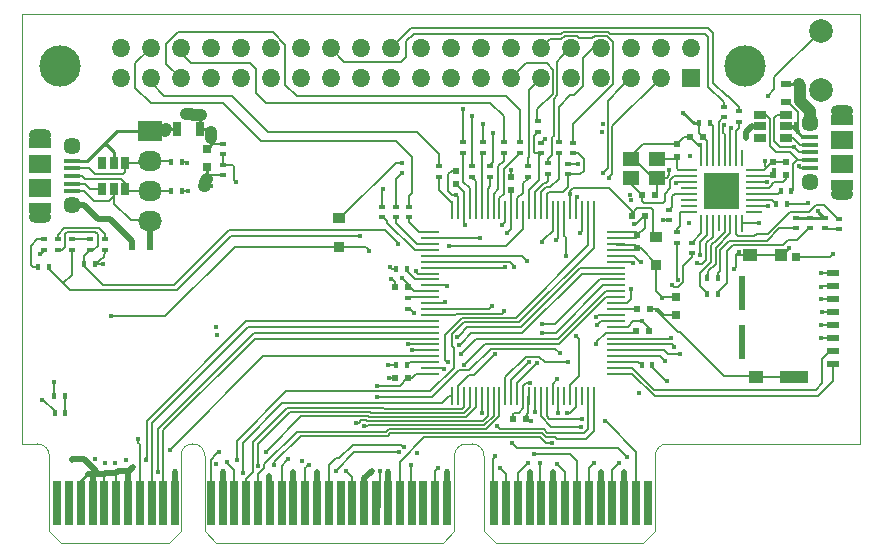
<source format=gbr>
G04 #@! TF.FileFunction,Copper,L1,Top,Signal*
%FSLAX46Y46*%
G04 Gerber Fmt 4.6, Leading zero omitted, Abs format (unit mm)*
G04 Created by KiCad (PCBNEW 4.0.7) date 09/09/17 19:36:50*
%MOMM*%
%LPD*%
G01*
G04 APERTURE LIST*
%ADD10C,0.100000*%
%ADD11R,0.600000X0.500000*%
%ADD12R,1.500000X1.500000*%
%ADD13O,1.500000X0.250000*%
%ADD14O,0.250000X1.500000*%
%ADD15R,0.600000X0.400000*%
%ADD16R,0.400000X0.600000*%
%ADD17R,1.000000X0.500000*%
%ADD18R,2.390000X1.050000*%
%ADD19R,1.200000X1.050000*%
%ADD20R,1.080000X1.050000*%
%ADD21R,0.780000X0.720000*%
%ADD22R,0.550000X2.910000*%
%ADD23R,2.032000X1.727200*%
%ADD24O,2.032000X1.727200*%
%ADD25R,0.500000X0.600000*%
%ADD26R,0.750000X0.800000*%
%ADD27R,0.900000X0.500000*%
%ADD28R,0.500000X0.900000*%
%ADD29R,0.700000X1.300000*%
%ADD30R,1.400000X1.150000*%
%ADD31C,2.000000*%
%ADD32R,0.900000X0.900000*%
%ADD33R,1.100000X0.900000*%
%ADD34O,1.900000X1.000000*%
%ADD35R,1.900000X1.500000*%
%ADD36C,1.450000*%
%ADD37R,1.900000X0.900000*%
%ADD38R,1.350000X0.400000*%
%ADD39O,1.550000X1.550000*%
%ADD40C,3.500000*%
%ADD41R,1.550000X1.550000*%
%ADD42R,1.060000X0.650000*%
%ADD43R,0.650000X1.060000*%
%ADD44R,1.500000X0.280000*%
%ADD45R,0.280000X1.500000*%
%ADD46R,0.700000X3.850000*%
%ADD47C,0.400000*%
%ADD48C,0.150000*%
%ADD49C,1.000000*%
%ADD50C,0.250000*%
%ADD51C,0.500000*%
G04 APERTURE END LIST*
D10*
X86767232Y-135759051D02*
X86767232Y-135359051D01*
X97917232Y-135359051D02*
X97917232Y-135759051D01*
X96917232Y-136759051D02*
X87767232Y-136759051D01*
X96917232Y-136759051D02*
X97917232Y-135759051D01*
X86767232Y-135759051D02*
X87767232Y-136759051D01*
X155417232Y-91959051D02*
X155417232Y-128359051D01*
X84417232Y-128359051D02*
X84417232Y-91959051D01*
X84417232Y-91959051D02*
X155417232Y-91959051D01*
X121067232Y-129359051D02*
X121067232Y-135359051D01*
X121067232Y-129359051D02*
G75*
G02X122067232Y-128359051I1000000J0D01*
G01*
X122567232Y-128359051D02*
X122067232Y-128359051D01*
X122567232Y-128359051D02*
G75*
G02X123567232Y-129359051I0J-1000000D01*
G01*
X123567232Y-135359051D02*
X123567232Y-129359051D01*
X138067232Y-129359051D02*
X138067232Y-135359051D01*
X138067232Y-129359051D02*
G75*
G02X139067232Y-128359051I1000000J0D01*
G01*
X155417232Y-128359051D02*
X139067232Y-128359051D01*
X85767232Y-128359051D02*
X84417232Y-128359051D01*
X85767232Y-128359051D02*
G75*
G02X86767232Y-129359051I0J-1000000D01*
G01*
X86767232Y-135359051D02*
X86767232Y-129359051D01*
X97917232Y-129359051D02*
X97917232Y-135359051D01*
X97917232Y-129359051D02*
G75*
G02X99917232Y-129359051I1000000J0D01*
G01*
X99917232Y-135359051D02*
X99917232Y-129359051D01*
X137067232Y-136759051D02*
X124567232Y-136759051D01*
X137067232Y-136759051D02*
X138067232Y-135759051D01*
X138067232Y-135359051D02*
X138067232Y-135759051D01*
X123567232Y-135759051D02*
X123567232Y-135359051D01*
X123567232Y-135759051D02*
X124567232Y-136759051D01*
X120067232Y-136759051D02*
X100917232Y-136759051D01*
X120067232Y-136759051D02*
X121067232Y-135759051D01*
X121067232Y-135359051D02*
X121067232Y-135759051D01*
X99917232Y-135759051D02*
X99917232Y-135359051D01*
X99917232Y-135759051D02*
X100917232Y-136759051D01*
D11*
X142078000Y-102362000D03*
X140978000Y-102362000D03*
D12*
X142937000Y-107684000D03*
X142937000Y-106184000D03*
X144437000Y-106184000D03*
D13*
X146437000Y-108684000D03*
X146437000Y-108184000D03*
X146437000Y-107684000D03*
X146437000Y-107184000D03*
X146437000Y-106684000D03*
X146437000Y-106184000D03*
X146437000Y-105684000D03*
X146437000Y-105184000D03*
D14*
X145437000Y-104184000D03*
X144937000Y-104184000D03*
X144437000Y-104184000D03*
X143937000Y-104184000D03*
X143437000Y-104184000D03*
X142937000Y-104184000D03*
X142437000Y-104184000D03*
X141937000Y-104184000D03*
D13*
X140937000Y-105184000D03*
X140937000Y-105684000D03*
X140937000Y-106184000D03*
X140937000Y-106684000D03*
X140937000Y-107184000D03*
X140937000Y-107684000D03*
X140937000Y-108184000D03*
X140937000Y-108684000D03*
D14*
X141937000Y-109684000D03*
X142437000Y-109684000D03*
X142937000Y-109684000D03*
X143437000Y-109684000D03*
X143937000Y-109684000D03*
X144437000Y-109684000D03*
X144937000Y-109684000D03*
X145437000Y-109684000D03*
D12*
X144437000Y-107684000D03*
D15*
X128950000Y-104600000D03*
X128950000Y-105500000D03*
D16*
X97991000Y-104521000D03*
X97091000Y-104521000D03*
D17*
X153127800Y-121602800D03*
X153127800Y-120502800D03*
X153127800Y-119402800D03*
X153127800Y-118302800D03*
X153127800Y-117202800D03*
X153127800Y-116102800D03*
X153127800Y-115002800D03*
X153127800Y-113902800D03*
D18*
X149822800Y-122652800D03*
D19*
X146637800Y-122652800D03*
X146067800Y-112327800D03*
D20*
X148677800Y-112327800D03*
D21*
X149947800Y-112542800D03*
D22*
X145392800Y-119747800D03*
X145392800Y-115557800D03*
D23*
X95331200Y-101854000D03*
D24*
X95331200Y-104394000D03*
X95331200Y-106934000D03*
X95331200Y-109474000D03*
D15*
X126619000Y-102801000D03*
X126619000Y-103701000D03*
D16*
X142490000Y-115630000D03*
X143390000Y-115630000D03*
D25*
X125857000Y-106849000D03*
X125857000Y-105749000D03*
X139877000Y-104055000D03*
X139877000Y-102955000D03*
D11*
X136914000Y-107315000D03*
X138014000Y-107315000D03*
D26*
X100076000Y-103390000D03*
X100076000Y-104890000D03*
D11*
X127092800Y-126288800D03*
X125992800Y-126288800D03*
X117161400Y-115036600D03*
X116061400Y-115036600D03*
D25*
X148005000Y-105579000D03*
X148005000Y-104479000D03*
D27*
X149110000Y-97920000D03*
X149110000Y-99420000D03*
D28*
X93780000Y-111480000D03*
X95280000Y-111480000D03*
D29*
X99502000Y-101727000D03*
X97602000Y-101727000D03*
D16*
X149217000Y-108077000D03*
X148317000Y-108077000D03*
X148698000Y-106934000D03*
X149598000Y-106934000D03*
D15*
X114935000Y-108262000D03*
X114935000Y-109162000D03*
X116078000Y-108262000D03*
X116078000Y-109162000D03*
D16*
X97091000Y-106934000D03*
X97991000Y-106934000D03*
D15*
X101473000Y-102928000D03*
X101473000Y-103828000D03*
X101473000Y-104706000D03*
X101473000Y-105606000D03*
D16*
X142690000Y-101219000D03*
X141790000Y-101219000D03*
D15*
X127254000Y-104833000D03*
X127254000Y-105733000D03*
X125222000Y-102801000D03*
X125222000Y-103701000D03*
X123444000Y-102801000D03*
X123444000Y-103701000D03*
X122555000Y-104833000D03*
X122555000Y-105733000D03*
X121793000Y-102801000D03*
X121793000Y-103701000D03*
X124079000Y-104833000D03*
X124079000Y-105733000D03*
D16*
X117036000Y-113538000D03*
X116136000Y-113538000D03*
D15*
X139877000Y-110421000D03*
X139877000Y-111321000D03*
X141147000Y-111310000D03*
X141147000Y-112210000D03*
X130700000Y-104630000D03*
X130700000Y-105530000D03*
X128430000Y-102850000D03*
X128430000Y-103750000D03*
X139242000Y-108541400D03*
X139242000Y-109441400D03*
X117094000Y-116009000D03*
X117094000Y-116909000D03*
D30*
X135983000Y-105829000D03*
X135983000Y-104229000D03*
X138183000Y-104229000D03*
X138183000Y-105829000D03*
D31*
X152074080Y-93411040D03*
X152074080Y-98411040D03*
D25*
X149148000Y-105579000D03*
X149148000Y-104479000D03*
D15*
X119761000Y-104833000D03*
X119761000Y-105733000D03*
X117221000Y-108262000D03*
X117221000Y-109162000D03*
X91500000Y-111950000D03*
X91500000Y-111050000D03*
X90200000Y-111950000D03*
X90200000Y-111050000D03*
D16*
X86720000Y-113400000D03*
X85820000Y-113400000D03*
X142480000Y-114350000D03*
X143380000Y-114350000D03*
D15*
X153660000Y-109280000D03*
X153660000Y-110180000D03*
D11*
X136483000Y-116967000D03*
X137583000Y-116967000D03*
X136076600Y-109080300D03*
X137176600Y-109080300D03*
D26*
X139810000Y-115920000D03*
X139810000Y-117420000D03*
D11*
X136406800Y-118821200D03*
X137506800Y-118821200D03*
X117136000Y-122809000D03*
X116036000Y-122809000D03*
D25*
X136525000Y-111802000D03*
X136525000Y-110702000D03*
X121158000Y-106341000D03*
X121158000Y-105241000D03*
D32*
X138137900Y-113239400D03*
D33*
X138137900Y-110839400D03*
D32*
X111315500Y-111651900D03*
D33*
X111315500Y-109251900D03*
D15*
X129890000Y-102830000D03*
X129890000Y-103730000D03*
D16*
X87180000Y-124333000D03*
X88080000Y-124333000D03*
X90594600Y-113157000D03*
X89694600Y-113157000D03*
X117036000Y-121666000D03*
X116136000Y-121666000D03*
X137813200Y-121716800D03*
X136913200Y-121716800D03*
D34*
X85984000Y-109164000D03*
D35*
X85984000Y-106664000D03*
D36*
X88684000Y-108164000D03*
D37*
X85984000Y-108414000D03*
D38*
X88684000Y-104364000D03*
X88684000Y-105014000D03*
X88684000Y-105664000D03*
X88684000Y-106314000D03*
X88684000Y-106964000D03*
D36*
X88684000Y-103164000D03*
D34*
X85984000Y-102164000D03*
D35*
X85984000Y-104664000D03*
D37*
X85984000Y-102914000D03*
D34*
X153874940Y-100157400D03*
D35*
X153874940Y-102657400D03*
D36*
X151174940Y-101157400D03*
D37*
X153874940Y-100907400D03*
D38*
X151174940Y-104957400D03*
X151174940Y-104307400D03*
X151174940Y-103657400D03*
X151174940Y-103007400D03*
X151174940Y-102357400D03*
D36*
X151174940Y-106157400D03*
D34*
X153874940Y-107157400D03*
D35*
X153874940Y-104657400D03*
D37*
X153874940Y-106407400D03*
D39*
X92801440Y-94861380D03*
X92801440Y-97401380D03*
D40*
X87631440Y-96331380D03*
D41*
X141061440Y-97401380D03*
D39*
X141061440Y-94861380D03*
X138521440Y-97401380D03*
X138521440Y-94861380D03*
X135981440Y-97401380D03*
X135981440Y-94861380D03*
X133441440Y-97401380D03*
X133441440Y-94861380D03*
X130901440Y-97401380D03*
X130901440Y-94861380D03*
X128361440Y-97401380D03*
X128361440Y-94861380D03*
X125821440Y-97401380D03*
X125821440Y-94861380D03*
X123281440Y-97401380D03*
X123281440Y-94861380D03*
X120741440Y-97401380D03*
X120741440Y-94861380D03*
X118201440Y-97401380D03*
X118201440Y-94861380D03*
X115661440Y-97401380D03*
X115661440Y-94861380D03*
X113121440Y-97401380D03*
X113121440Y-94861380D03*
X110581440Y-97401380D03*
X110581440Y-94861380D03*
D40*
X145631440Y-96331380D03*
D39*
X108041440Y-97401380D03*
X105501440Y-97401380D03*
X102961440Y-97401380D03*
X100421440Y-97401380D03*
X97881440Y-97401380D03*
X95341440Y-97401380D03*
X108041440Y-94861380D03*
X105501440Y-94861380D03*
X102961440Y-94861380D03*
X100421440Y-94861380D03*
X97881440Y-94861380D03*
X95341440Y-94861380D03*
D15*
X131120000Y-102840000D03*
X131120000Y-103740000D03*
X128100000Y-101030000D03*
X128100000Y-101930000D03*
X145150000Y-100210000D03*
X145150000Y-101110000D03*
X143920000Y-99800000D03*
X143920000Y-100700000D03*
D16*
X87210400Y-125704600D03*
X88110400Y-125704600D03*
D15*
X87500000Y-111950000D03*
X87500000Y-111050000D03*
X88700000Y-111950000D03*
X88700000Y-111050000D03*
X86300000Y-111950000D03*
X86300000Y-111050000D03*
X151200000Y-110110000D03*
X151200000Y-109210000D03*
X149970000Y-110110000D03*
X149970000Y-109210000D03*
X152440000Y-110110000D03*
X152440000Y-109210000D03*
D42*
X149160000Y-102430000D03*
X149160000Y-101480000D03*
X149160000Y-100530000D03*
X146960000Y-100530000D03*
X146960000Y-102430000D03*
X146960000Y-101480000D03*
D43*
X91257000Y-106764000D03*
X92207000Y-106764000D03*
X93157000Y-106764000D03*
X93157000Y-104564000D03*
X91257000Y-104564000D03*
X92207000Y-104564000D03*
D44*
X134773000Y-122433600D03*
X134773000Y-121933600D03*
X134773000Y-121433600D03*
X134773000Y-120933600D03*
X134773000Y-120433600D03*
X134773000Y-119933600D03*
X134773000Y-119433600D03*
X134773000Y-118933600D03*
X134773000Y-118433600D03*
X134773000Y-117933600D03*
X134773000Y-117433600D03*
X134773000Y-116933600D03*
X134773000Y-116433600D03*
X134773000Y-115933600D03*
X134773000Y-115433600D03*
X134773000Y-114933600D03*
X134773000Y-114433600D03*
X134773000Y-113933600D03*
X134773000Y-113433600D03*
X134773000Y-112933600D03*
X134773000Y-112433600D03*
X134773000Y-111933600D03*
X134773000Y-111433600D03*
X134773000Y-110933600D03*
X134773000Y-110433600D03*
D45*
X132873000Y-108533600D03*
X132373000Y-108533600D03*
X131873000Y-108533600D03*
X131373000Y-108533600D03*
X130873000Y-108533600D03*
X130373000Y-108533600D03*
X129873000Y-108533600D03*
X129373000Y-108533600D03*
X128873000Y-108533600D03*
X128373000Y-108533600D03*
X127873000Y-108533600D03*
X127373000Y-108533600D03*
X126873000Y-108533600D03*
X126373000Y-108533600D03*
X125873000Y-108533600D03*
X125373000Y-108533600D03*
X124873000Y-108533600D03*
X124373000Y-108533600D03*
X123873000Y-108533600D03*
X123373000Y-108533600D03*
X122873000Y-108533600D03*
X122373000Y-108533600D03*
X121873000Y-108533600D03*
X121373000Y-108533600D03*
X120873000Y-108533600D03*
D44*
X118973000Y-110433600D03*
X118973000Y-110933600D03*
X118973000Y-111433600D03*
X118973000Y-111933600D03*
X118973000Y-112433600D03*
X118973000Y-112933600D03*
X118973000Y-113433600D03*
X118973000Y-113933600D03*
X118973000Y-114433600D03*
X118973000Y-114933600D03*
X118973000Y-115433600D03*
X118973000Y-115933600D03*
X118973000Y-116433600D03*
X118973000Y-116933600D03*
X118973000Y-117433600D03*
X118973000Y-117933600D03*
X118973000Y-118433600D03*
X118973000Y-118933600D03*
X118973000Y-119433600D03*
X118973000Y-119933600D03*
X118973000Y-120433600D03*
X118973000Y-120933600D03*
X118973000Y-121433600D03*
X118973000Y-121933600D03*
X118973000Y-122433600D03*
D45*
X120873000Y-124333600D03*
X121373000Y-124333600D03*
X121873000Y-124333600D03*
X122373000Y-124333600D03*
X122873000Y-124333600D03*
X123373000Y-124333600D03*
X123873000Y-124333600D03*
X124373000Y-124333600D03*
X124873000Y-124333600D03*
X125373000Y-124333600D03*
X125873000Y-124333600D03*
X126373000Y-124333600D03*
X126873000Y-124333600D03*
X127373000Y-124333600D03*
X127873000Y-124333600D03*
X128373000Y-124333600D03*
X128873000Y-124333600D03*
X129373000Y-124333600D03*
X129873000Y-124333600D03*
X130373000Y-124333600D03*
X130873000Y-124333600D03*
X131373000Y-124333600D03*
X131873000Y-124333600D03*
X132373000Y-124333600D03*
X132873000Y-124333600D03*
D46*
X87431800Y-133360400D03*
X88431800Y-133360400D03*
X89431800Y-133360400D03*
X90431800Y-133360400D03*
X91431800Y-133360400D03*
X92431800Y-133360400D03*
X93431800Y-133360400D03*
X94431800Y-133360400D03*
X95431800Y-133360400D03*
X96431800Y-133360400D03*
X97431800Y-133360400D03*
X100431800Y-133360400D03*
X101431800Y-133360400D03*
X102431800Y-133360400D03*
X103431800Y-133360400D03*
X104431800Y-133360400D03*
X105431800Y-133360400D03*
X106431800Y-133360400D03*
X107431800Y-133360400D03*
X108431800Y-133360400D03*
X109431800Y-133360400D03*
X110431800Y-133360400D03*
X111431800Y-133360400D03*
X112431800Y-133360400D03*
X113431800Y-133360400D03*
X114431800Y-133360400D03*
X115431800Y-133360400D03*
X116431800Y-133360400D03*
X117431800Y-133360400D03*
X118431800Y-133360400D03*
X119431800Y-133360400D03*
X120431800Y-133360400D03*
X124431800Y-133360400D03*
X125431800Y-133360400D03*
X126431800Y-133360400D03*
X127431800Y-133360400D03*
X128431800Y-133360400D03*
X129431800Y-133360400D03*
X130431800Y-133360400D03*
X131431800Y-133360400D03*
X132431800Y-133360400D03*
X133431800Y-133360400D03*
X134431800Y-133360400D03*
X135431800Y-133360400D03*
X136431800Y-133360400D03*
X137431800Y-133360400D03*
D47*
X116323377Y-111417116D03*
X120624600Y-111633000D03*
X124460000Y-120770000D03*
X113030002Y-110715010D03*
X98526598Y-106934002D03*
X133096000Y-118287800D03*
X133045200Y-117576600D03*
X98437700Y-104609900D03*
X131394196Y-119253000D03*
X102590600Y-106197400D03*
X139457371Y-114897263D03*
X127349075Y-121456993D03*
X139960000Y-114470000D03*
X128060002Y-121500000D03*
X147497000Y-106222800D03*
X136040000Y-115270000D03*
X98900000Y-100500000D03*
X98300000Y-100399994D03*
X99600000Y-100500000D03*
X135940800Y-107302300D03*
X135991600Y-107734100D03*
X120430000Y-115010000D03*
X127460000Y-123183588D03*
X136310000Y-109730322D03*
X115670000Y-114370000D03*
X120173968Y-122002788D03*
X105370298Y-131063560D03*
X109425600Y-130845065D03*
X107364597Y-130835010D03*
X114095322Y-130615010D03*
X85990000Y-112300000D03*
X149400000Y-111800000D03*
X141883768Y-103012002D03*
X139246521Y-105134990D03*
X147398663Y-104439410D03*
X86110000Y-124630000D03*
X145160000Y-112150000D03*
X152080000Y-119410000D03*
X150000000Y-101240000D03*
X150140000Y-101970000D03*
X138176000Y-117005100D03*
X100482400Y-106553004D03*
X99898200Y-106553000D03*
X135420100Y-130771900D03*
X133426202Y-130784600D03*
X127431800Y-130835402D03*
X129413000Y-130797300D03*
X136906000Y-117983000D03*
X121183400Y-107289600D03*
X125095000Y-109855000D03*
X125882400Y-105206800D03*
X115486220Y-122783600D03*
X93853000Y-130352800D03*
X89662000Y-129667000D03*
X88696800Y-129692400D03*
X100990400Y-119151400D03*
X100914200Y-118440200D03*
X93345000Y-130683000D03*
X97409000Y-130683000D03*
X101473000Y-130683000D03*
X115443000Y-130683000D03*
X120396000Y-130683000D03*
X147649400Y-108229400D03*
X141020000Y-104013000D03*
X144753800Y-113538000D03*
X144437000Y-107684000D03*
X142937000Y-107684000D03*
X144437000Y-106184000D03*
X142937000Y-106184000D03*
X133618051Y-101279797D03*
X143917564Y-101339569D03*
X133570000Y-101960000D03*
X144500000Y-101570000D03*
X146866917Y-109631317D03*
X139851600Y-106248200D03*
X141870000Y-112370000D03*
X131520000Y-104630000D03*
X128740000Y-102510000D03*
X141590000Y-113020000D03*
X151000000Y-107940000D03*
X149833800Y-103225600D03*
X138680000Y-115980000D03*
X140450000Y-100320000D03*
X125552200Y-110490000D03*
X127510000Y-126390000D03*
X114500463Y-123439988D03*
X148150000Y-105179016D03*
X151812385Y-108612385D03*
X152170000Y-117210000D03*
X116636800Y-114300000D03*
X121920000Y-109816900D03*
X133057900Y-119926100D03*
X91287600Y-113106200D03*
X91440000Y-129971800D03*
X90601800Y-129616200D03*
X92329000Y-129971800D03*
X93294200Y-129743200D03*
X87198200Y-123113800D03*
X138730196Y-109438429D03*
X147574000Y-98933000D03*
X140893800Y-109626400D03*
X116630000Y-104540000D03*
X130860000Y-107210000D03*
X113826875Y-112007655D03*
X91960700Y-117563900D03*
X123220000Y-110965010D03*
X139050000Y-122990000D03*
X152120600Y-118287800D03*
X139411052Y-119380792D03*
X153085000Y-112293400D03*
X139650000Y-120110000D03*
X152120600Y-113919000D03*
X140180000Y-120780000D03*
X152120600Y-115062000D03*
X138890000Y-121350000D03*
X152120600Y-116128800D03*
X131419604Y-107467400D03*
X131673600Y-110540800D03*
X150200000Y-104840000D03*
X145790000Y-101950000D03*
X145770000Y-102480000D03*
X96960000Y-128870000D03*
X105130000Y-129000000D03*
X94310000Y-127980000D03*
X94956883Y-129754883D03*
X95935800Y-130759200D03*
X121476698Y-119994759D03*
X100914200Y-130073400D03*
X121316057Y-119295623D03*
X101090000Y-129020000D03*
X105827085Y-130172276D03*
X101770000Y-129910000D03*
X129760000Y-122900000D03*
X103151073Y-130835010D03*
X104471182Y-130204395D03*
X102618139Y-129747042D03*
X120500000Y-121420000D03*
X107000000Y-129645010D03*
X121611315Y-120785740D03*
X108119470Y-129795032D03*
X121890000Y-121640000D03*
X108718913Y-130145043D03*
X116380881Y-129079917D03*
X111007207Y-130615010D03*
X117500400Y-120421400D03*
X116779928Y-128631838D03*
X117094000Y-119938800D03*
X113412799Y-126844979D03*
X111850274Y-130615010D03*
X112699800Y-126565010D03*
X130480000Y-112450000D03*
X114550000Y-124390000D03*
X129971800Y-120650000D03*
X114784997Y-130615010D03*
X115417600Y-121666000D03*
X128470000Y-111220000D03*
X129354620Y-128254990D03*
X136731841Y-124060605D03*
X117912956Y-129163291D03*
X115650000Y-113370000D03*
X117380000Y-130140000D03*
X117779800Y-113741200D03*
X117652796Y-117297200D03*
X120269083Y-116357317D03*
X119634000Y-130429000D03*
X124667375Y-126847375D03*
X124489977Y-129393110D03*
X123380000Y-125770000D03*
X125300000Y-117120000D03*
X124250000Y-116660000D03*
X124917200Y-130403600D03*
X126085600Y-113360200D03*
X127241300Y-112905010D03*
X127279400Y-129984500D03*
X128447800Y-118948200D03*
X128350000Y-129980000D03*
X128447800Y-118237000D03*
X130581400Y-125755400D03*
X129730500Y-130022600D03*
X129837220Y-125704600D03*
X130640000Y-121440000D03*
X127840000Y-129210000D03*
X127863600Y-125653800D03*
X131750000Y-126890000D03*
X131894990Y-126238000D03*
X132867400Y-129984500D03*
X136144000Y-113004600D03*
X136833617Y-112975383D03*
X134990000Y-129970000D03*
X125950000Y-128290000D03*
X125374400Y-113408610D03*
X135680000Y-129470000D03*
X133830000Y-126420000D03*
X129680000Y-111090000D03*
X134130000Y-105824990D03*
X115050000Y-106800000D03*
X133650000Y-105450000D03*
X116620000Y-105400000D03*
X121793000Y-100025200D03*
X122593100Y-100609400D03*
X123494800Y-101269800D03*
X124345700Y-102006400D03*
D48*
X90200000Y-111050000D02*
X88700000Y-111050000D01*
X130700000Y-105530000D02*
X131720000Y-105530000D01*
X131490000Y-103740000D02*
X131120000Y-103740000D01*
X132000000Y-104250000D02*
X131490000Y-103740000D01*
X132000000Y-105250000D02*
X132000000Y-104250000D01*
X131720000Y-105530000D02*
X132000000Y-105250000D01*
X130658561Y-106628561D02*
X130658561Y-105571439D01*
X130658561Y-105571439D02*
X130700000Y-105530000D01*
X130247122Y-107040000D02*
X129060000Y-107040000D01*
X130658561Y-106628561D02*
X130247122Y-107040000D01*
X128873000Y-107227000D02*
X128873000Y-108533600D01*
X129060000Y-107040000D02*
X128873000Y-107227000D01*
X142490000Y-115630000D02*
X142210000Y-115320000D01*
X141880000Y-114990000D02*
X141880000Y-113880000D01*
X142210000Y-115320000D02*
X141880000Y-114990000D01*
X143290000Y-111090000D02*
X143270000Y-111090000D01*
X142820000Y-112940000D02*
X141880000Y-113880000D01*
X142820000Y-111540000D02*
X142820000Y-112940000D01*
X143270000Y-111090000D02*
X142820000Y-111540000D01*
X143937000Y-109684000D02*
X143937000Y-110443000D01*
X143937000Y-110443000D02*
X143290000Y-111090000D01*
X89694600Y-113257000D02*
X91321800Y-114884200D01*
X97320100Y-114884200D02*
X101964300Y-110240000D01*
X91321800Y-114884200D02*
X97320100Y-114884200D01*
X89694600Y-113157000D02*
X89694600Y-113257000D01*
X101964300Y-110240000D02*
X115146261Y-110240000D01*
X116123378Y-111217117D02*
X116323377Y-111417116D01*
X115146261Y-110240000D02*
X116123378Y-111217117D01*
X126873000Y-108533600D02*
X126873000Y-110185200D01*
X126873000Y-110185200D02*
X125425200Y-111633000D01*
X125425200Y-111633000D02*
X123888500Y-111633000D01*
X123888500Y-111633000D02*
X120624600Y-111633000D01*
X90200000Y-111950000D02*
X90500000Y-111950000D01*
X90500000Y-111950000D02*
X90850000Y-111600000D01*
X87840000Y-111950000D02*
X87500000Y-111950000D01*
X88100000Y-111690000D02*
X87840000Y-111950000D01*
X88100000Y-110560000D02*
X88100000Y-111690000D01*
X88219998Y-110440002D02*
X88100000Y-110560000D01*
X90670002Y-110440002D02*
X88219998Y-110440002D01*
X90850000Y-110620000D02*
X90670002Y-110440002D01*
X90850000Y-111600000D02*
X90850000Y-110620000D01*
X89694600Y-113157000D02*
X89694600Y-112455400D01*
X89694600Y-112455400D02*
X90200000Y-111950000D01*
X89694600Y-112455400D02*
X90200000Y-111950000D01*
X122321587Y-122485013D02*
X122744987Y-122485013D01*
X121373000Y-123433600D02*
X122321587Y-122485013D01*
X124260001Y-120969999D02*
X124460000Y-120770000D01*
X121373000Y-124333600D02*
X121373000Y-123433600D01*
X122744987Y-122485013D02*
X124260001Y-120969999D01*
X112747160Y-110715010D02*
X113030002Y-110715010D01*
X88537600Y-115360000D02*
X97540000Y-115360000D01*
X97540000Y-115360000D02*
X102184990Y-110715010D01*
X87943800Y-114766200D02*
X88537600Y-115360000D01*
X102184990Y-110715010D02*
X112747160Y-110715010D01*
X86720000Y-113400000D02*
X86720000Y-113542400D01*
X86720000Y-113542400D02*
X87943800Y-114766200D01*
X87943800Y-114766200D02*
X87963800Y-114766200D01*
X88710000Y-114020000D02*
X88710000Y-111960000D01*
X87963800Y-114766200D02*
X88710000Y-114020000D01*
X88710000Y-111960000D02*
X88700000Y-111950000D01*
X143820000Y-100700000D02*
X143920000Y-100700000D01*
X143437000Y-101083000D02*
X143820000Y-100700000D01*
X143437000Y-104184000D02*
X143437000Y-101083000D01*
X145150000Y-101110000D02*
X145150000Y-101650000D01*
X145150000Y-101650000D02*
X144937000Y-101863000D01*
X144937000Y-104184000D02*
X144937000Y-101863000D01*
X146437000Y-107684000D02*
X147924000Y-107684000D01*
X147924000Y-107684000D02*
X148317000Y-108077000D01*
X146437000Y-107184000D02*
X148448000Y-107184000D01*
X148448000Y-107184000D02*
X148698000Y-106934000D01*
X98526596Y-106934000D02*
X98526598Y-106934002D01*
X97991000Y-106934000D02*
X98526596Y-106934000D01*
X134773000Y-117933600D02*
X133450200Y-117933600D01*
X133450200Y-117933600D02*
X133096000Y-118287800D01*
X133188200Y-117433600D02*
X133045200Y-117576600D01*
X134773000Y-117433600D02*
X133188200Y-117433600D01*
X98437700Y-104609900D02*
X98348800Y-104521000D01*
X98348800Y-104521000D02*
X97991000Y-104521000D01*
X130873000Y-124333600D02*
X130873000Y-123558800D01*
X130873000Y-123558800D02*
X130860800Y-123546600D01*
X130860800Y-123546600D02*
X130860800Y-123367800D01*
X130860800Y-123367800D02*
X131600000Y-122628600D01*
X131600000Y-122628600D02*
X131600000Y-119458804D01*
X131600000Y-119458804D02*
X131394196Y-119253000D01*
X102590600Y-106197400D02*
X102387400Y-105994200D01*
X102387400Y-105994200D02*
X102387400Y-104838500D01*
X102387400Y-104838500D02*
X102254900Y-104706000D01*
X102254900Y-104706000D02*
X101473000Y-104706000D01*
X101473000Y-103828000D02*
X101473000Y-104706000D01*
X142937000Y-104184000D02*
X142937000Y-101466000D01*
X142937000Y-101466000D02*
X142690000Y-101219000D01*
X140435002Y-114678002D02*
X140015742Y-115097262D01*
X141147000Y-112210000D02*
X141147000Y-112560000D01*
X141147000Y-112560000D02*
X140435002Y-113271998D01*
X139657370Y-115097262D02*
X139457371Y-114897263D01*
X140435002Y-113271998D02*
X140435002Y-114678002D01*
X140015742Y-115097262D02*
X139657370Y-115097262D01*
X127149076Y-121656992D02*
X127349075Y-121456993D01*
X125873000Y-122933068D02*
X127149076Y-121656992D01*
X125873000Y-124333600D02*
X125873000Y-122933068D01*
X139877000Y-114387000D02*
X139960000Y-114470000D01*
X139877000Y-111321000D02*
X139877000Y-114387000D01*
X127860003Y-121699999D02*
X128060002Y-121500000D01*
X126373000Y-124333600D02*
X126373000Y-123187002D01*
X126373000Y-123187002D02*
X127860003Y-121699999D01*
X146437000Y-106684000D02*
X147297800Y-106684000D01*
X147297800Y-106684000D02*
X147344600Y-106730800D01*
X147344600Y-106730800D02*
X147700200Y-106730800D01*
X147700200Y-106730800D02*
X147979600Y-106451400D01*
X147979600Y-106451400D02*
X147979600Y-106375200D01*
X147979600Y-106375200D02*
X148157400Y-106197400D01*
X148157400Y-106197400D02*
X148843200Y-106197400D01*
X148843200Y-106197400D02*
X149148000Y-105892600D01*
X149148000Y-105892600D02*
X149148000Y-105579000D01*
X146437000Y-106184000D02*
X147458200Y-106184000D01*
X147458200Y-106184000D02*
X147497000Y-106222800D01*
X134773000Y-116933600D02*
X136449600Y-116933600D01*
X136449600Y-116933600D02*
X136483000Y-116967000D01*
X143570000Y-113710000D02*
X143380000Y-113900000D01*
X143570000Y-111950000D02*
X143570000Y-113710000D01*
X148564990Y-110110000D02*
X147497202Y-111177788D01*
X147497202Y-111177788D02*
X144342212Y-111177788D01*
X149970000Y-110110000D02*
X148564990Y-110110000D01*
X144342212Y-111177788D02*
X143570000Y-111950000D01*
X143380000Y-113900000D02*
X143380000Y-114350000D01*
X143380000Y-114350000D02*
X143450000Y-114350000D01*
X140937000Y-105184000D02*
X140032000Y-105184000D01*
X140032000Y-105184000D02*
X139877000Y-105029000D01*
X139877000Y-105029000D02*
X139877000Y-104055000D01*
X138183000Y-104229000D02*
X139703000Y-104229000D01*
X139703000Y-104229000D02*
X139877000Y-104055000D01*
X140937000Y-105684000D02*
X139679200Y-105684000D01*
X139679200Y-105684000D02*
X139343600Y-106019600D01*
X139343600Y-106019600D02*
X139343600Y-106730800D01*
X139343600Y-106730800D02*
X138886400Y-107188000D01*
X138886400Y-107188000D02*
X138886400Y-107772200D01*
X138886400Y-107772200D02*
X138683200Y-107975400D01*
X138683200Y-107975400D02*
X137574400Y-107975400D01*
X137574400Y-107975400D02*
X137549000Y-107950000D01*
X137549000Y-107950000D02*
X137083000Y-107950000D01*
X137083000Y-107950000D02*
X136914000Y-107781000D01*
X136914000Y-107781000D02*
X136914000Y-107315000D01*
X135983000Y-105829000D02*
X135983000Y-106384000D01*
X135983000Y-106384000D02*
X136914000Y-107315000D01*
X136040000Y-116066600D02*
X136040000Y-115552842D01*
X135673000Y-116433600D02*
X136040000Y-116066600D01*
X136040000Y-115552842D02*
X136040000Y-115270000D01*
X134773000Y-116433600D02*
X135673000Y-116433600D01*
D49*
X98300000Y-100399994D02*
X98799994Y-100399994D01*
X98799994Y-100399994D02*
X98900000Y-100500000D01*
X99600000Y-100500000D02*
X98900000Y-100500000D01*
X99579900Y-100479900D02*
X99600000Y-100500000D01*
X99502000Y-100479900D02*
X99579900Y-100479900D01*
X100457000Y-101942900D02*
X100457000Y-102476300D01*
D50*
X100076000Y-103390000D02*
X100457000Y-103009000D01*
X100457000Y-102476300D02*
X100457000Y-103009000D01*
X100241100Y-101727000D02*
X100457000Y-101942900D01*
X100241100Y-101727000D02*
X99502000Y-101727000D01*
X99502000Y-100479900D02*
X99502000Y-101727000D01*
D48*
X100076000Y-103390000D02*
X100076000Y-103378000D01*
X100076000Y-103378000D02*
X100526000Y-102928000D01*
X100526000Y-102928000D02*
X101473000Y-102928000D01*
X120353600Y-114933600D02*
X120430000Y-115010000D01*
X118973000Y-114933600D02*
X120353600Y-114933600D01*
X127123012Y-123183588D02*
X127177158Y-123183588D01*
X126873000Y-123433600D02*
X127123012Y-123183588D01*
X126873000Y-124333600D02*
X126873000Y-123433600D01*
X127177158Y-123183588D02*
X127460000Y-123183588D01*
X136476578Y-109730322D02*
X136310000Y-109730322D01*
X137126600Y-109080300D02*
X136476578Y-109730322D01*
X137176600Y-109080300D02*
X137126600Y-109080300D01*
X115794800Y-114370000D02*
X115670000Y-114370000D01*
X116061400Y-115036600D02*
X116061400Y-114636600D01*
X116061400Y-114636600D02*
X115794800Y-114370000D01*
X138176000Y-117005100D02*
X138176000Y-117086000D01*
X138176000Y-117086000D02*
X140000000Y-118910000D01*
X140000000Y-118910000D02*
X140180000Y-118910000D01*
X140180000Y-118910000D02*
X143890000Y-122620000D01*
X146620000Y-122635000D02*
X146637800Y-122652800D01*
X143890000Y-122620000D02*
X146620000Y-122620000D01*
X146620000Y-122620000D02*
X146620000Y-122635000D01*
X118973000Y-121933600D02*
X120104780Y-121933600D01*
X120104780Y-121933600D02*
X120173968Y-122002788D01*
D51*
X105370298Y-131346402D02*
X105370298Y-131063560D01*
X105431800Y-134010400D02*
X105370298Y-133948898D01*
X105370298Y-133948898D02*
X105370298Y-131346402D01*
D48*
X109425600Y-130731400D02*
X109425600Y-130845065D01*
X109431800Y-130725200D02*
X109425600Y-130731400D01*
X107431800Y-130693200D02*
X107364597Y-130760403D01*
X107364597Y-130760403D02*
X107364597Y-130835010D01*
D51*
X113431800Y-134010400D02*
X113431800Y-131278532D01*
X113895323Y-130815009D02*
X114095322Y-130615010D01*
X113431800Y-131278532D02*
X113895323Y-130815009D01*
D48*
X86189999Y-112100001D02*
X85990000Y-112300000D01*
X86300000Y-111990000D02*
X86189999Y-112100001D01*
X86300000Y-111950000D02*
X86300000Y-111990000D01*
X87210400Y-125704600D02*
X87210400Y-125604600D01*
X87210400Y-125604600D02*
X86235800Y-124630000D01*
X86235800Y-124630000D02*
X86110000Y-124630000D01*
X149200001Y-111999999D02*
X149400000Y-111800000D01*
X148677800Y-112327800D02*
X148872200Y-112327800D01*
X148872200Y-112327800D02*
X149200001Y-111999999D01*
D51*
X90431800Y-134010400D02*
X90431800Y-130929200D01*
X90431800Y-130929200D02*
X90678000Y-130683000D01*
D48*
X141678002Y-103012002D02*
X141883768Y-103012002D01*
X141028000Y-102362000D02*
X141678002Y-103012002D01*
X140978000Y-102362000D02*
X141028000Y-102362000D01*
X141937000Y-103065234D02*
X141883768Y-103012002D01*
X141937000Y-104184000D02*
X141937000Y-103065234D01*
X139246521Y-105615479D02*
X139246521Y-105134990D01*
X138183000Y-105829000D02*
X139033000Y-105829000D01*
X139033000Y-105829000D02*
X139246521Y-105615479D01*
X147398663Y-104829063D02*
X147398663Y-104439410D01*
X147509700Y-104940100D02*
X147398663Y-104829063D01*
D51*
X92431800Y-130859600D02*
X92608400Y-130683000D01*
X92608400Y-130683000D02*
X93345000Y-130683000D01*
X91517400Y-130859600D02*
X92431800Y-130859600D01*
X89998400Y-130880000D02*
X91497000Y-130880000D01*
X91497000Y-130880000D02*
X91517400Y-130859600D01*
D50*
X91517400Y-130859600D02*
X91431800Y-130945200D01*
X89998400Y-130880000D02*
X91366600Y-130880000D01*
X91366600Y-130880000D02*
X91431800Y-130945200D01*
X89431800Y-134010400D02*
X89431800Y-131446600D01*
X89431800Y-131446600D02*
X89998400Y-130880000D01*
D51*
X89998400Y-130880000D02*
X90481000Y-130880000D01*
X90481000Y-130880000D02*
X90678000Y-130683000D01*
X93345000Y-130683000D02*
X93522800Y-130683000D01*
X93522800Y-130683000D02*
X93853000Y-130352800D01*
X89662000Y-129667000D02*
X88722200Y-129667000D01*
X88722200Y-129667000D02*
X88696800Y-129692400D01*
X90678000Y-130683000D02*
X89662000Y-129667000D01*
D48*
X153127800Y-119402800D02*
X152087200Y-119402800D01*
X152087200Y-119402800D02*
X152080000Y-119410000D01*
X86300000Y-111950000D02*
X86380000Y-111950000D01*
D51*
X95280000Y-111480000D02*
X95280000Y-109525200D01*
X95280000Y-109525200D02*
X95331200Y-109474000D01*
D50*
X150000000Y-101240000D02*
X150000000Y-101830000D01*
X150000000Y-101830000D02*
X150140000Y-101970000D01*
D48*
X149110000Y-99420000D02*
X149313971Y-99420000D01*
X149313971Y-99420000D02*
X150140000Y-100246029D01*
X150140000Y-100246029D02*
X150140000Y-101970000D01*
D50*
X150140000Y-101970000D02*
X150527400Y-102357400D01*
X150527400Y-102357400D02*
X151174940Y-102357400D01*
X149160000Y-101480000D02*
X149650000Y-101480000D01*
X149650000Y-101480000D02*
X150140000Y-101970000D01*
D48*
X138176000Y-117005100D02*
X138425100Y-117005100D01*
X138840000Y-117420000D02*
X139810000Y-117420000D01*
X138425100Y-117005100D02*
X138840000Y-117420000D01*
X151174940Y-102357400D02*
X150607400Y-102357400D01*
X151174940Y-102357400D02*
X150827400Y-102357400D01*
X92207000Y-106764000D02*
X92207000Y-108007000D01*
X93640000Y-109440000D02*
X95297200Y-109440000D01*
X92207000Y-108007000D02*
X93640000Y-109440000D01*
X95297200Y-109440000D02*
X95331200Y-109474000D01*
X92207000Y-106764000D02*
X92207000Y-107403000D01*
X89724000Y-106964000D02*
X88684000Y-106964000D01*
X90552768Y-107792768D02*
X89724000Y-106964000D01*
X91817232Y-107792768D02*
X90552768Y-107792768D01*
X92207000Y-107403000D02*
X91817232Y-107792768D01*
D49*
X99949000Y-106502200D02*
X99898200Y-106553000D01*
X99949000Y-106146600D02*
X99949000Y-106502200D01*
X100126800Y-105968800D02*
X99949000Y-106146600D01*
D48*
X135431800Y-130760200D02*
X135420100Y-130771900D01*
X135431800Y-130732800D02*
X135431800Y-130760200D01*
X133426202Y-130770398D02*
X133426202Y-130784600D01*
X133431800Y-130764800D02*
X133426202Y-130770398D01*
X127381000Y-130784602D02*
X127431800Y-130835402D01*
X127381000Y-130683000D02*
X127381000Y-130784602D01*
X127431800Y-130733800D02*
X127381000Y-130683000D01*
X129413000Y-130720600D02*
X129413000Y-130797300D01*
X129431800Y-130701800D02*
X129413000Y-130720600D01*
X137583000Y-116967000D02*
X138137900Y-116967000D01*
X138137900Y-116967000D02*
X138176000Y-117005100D01*
X144931600Y-112293400D02*
X144931600Y-113360200D01*
X144931600Y-113360200D02*
X144753800Y-113538000D01*
X149822800Y-122652800D02*
X146637800Y-122652800D01*
X137176600Y-109080300D02*
X137176600Y-110050400D01*
X137176600Y-110050400D02*
X136525000Y-110702000D01*
X134773000Y-118433600D02*
X135718800Y-118433600D01*
X135718800Y-118433600D02*
X136169400Y-117983000D01*
X136169400Y-117983000D02*
X136906000Y-117983000D01*
X136906000Y-117983000D02*
X136956800Y-117983000D01*
X136956800Y-117983000D02*
X137506800Y-118533000D01*
X137506800Y-118533000D02*
X137506800Y-118821200D01*
X121183400Y-107289600D02*
X120853200Y-107289600D01*
X120853200Y-107289600D02*
X120548400Y-106984800D01*
X120548400Y-106984800D02*
X120548400Y-105537000D01*
X120548400Y-105537000D02*
X120844400Y-105241000D01*
X120844400Y-105241000D02*
X121158000Y-105241000D01*
X121373000Y-108533600D02*
X121373000Y-107479200D01*
X121373000Y-107479200D02*
X121183400Y-107289600D01*
X125373000Y-108533600D02*
X125373000Y-109577000D01*
X125373000Y-109577000D02*
X125095000Y-109855000D01*
X125857000Y-105749000D02*
X125857000Y-105232200D01*
X125857000Y-105232200D02*
X125882400Y-105206800D01*
X115511620Y-122809000D02*
X115486220Y-122783600D01*
X116036000Y-122809000D02*
X115511620Y-122809000D01*
X134773000Y-110433600D02*
X136530600Y-110433600D01*
X136530600Y-110433600D02*
X136490800Y-110473400D01*
X136490800Y-110473400D02*
X136490800Y-110515400D01*
X136490800Y-110515400D02*
X136677400Y-110702000D01*
X134773000Y-110933600D02*
X136462400Y-110933600D01*
X136462400Y-110933600D02*
X136702800Y-110693200D01*
X126873000Y-124333600D02*
X126873000Y-125323600D01*
X126873000Y-125323600D02*
X126492000Y-125704600D01*
X126492000Y-125704600D02*
X126136400Y-125704600D01*
X126136400Y-125704600D02*
X125992800Y-125848200D01*
X125992800Y-125848200D02*
X125992800Y-126288800D01*
X93431800Y-130769800D02*
X93436000Y-130769800D01*
X93436000Y-130769800D02*
X93853000Y-130352800D01*
X91431800Y-134010400D02*
X91431800Y-130945200D01*
X92431800Y-134010400D02*
X92431800Y-130859600D01*
D50*
X95331200Y-109474000D02*
X94848600Y-109474000D01*
D48*
X101473000Y-105606000D02*
X100489600Y-105606000D01*
X100489600Y-105606000D02*
X100126800Y-105968800D01*
D50*
X100126800Y-104864600D02*
X100126800Y-105968800D01*
D51*
X93431800Y-134010400D02*
X93431800Y-130769800D01*
D48*
X93431800Y-130769800D02*
X93345000Y-130683000D01*
D51*
X97431800Y-134010400D02*
X97431800Y-130705800D01*
D48*
X97431800Y-130705800D02*
X97409000Y-130683000D01*
D51*
X101431800Y-134010400D02*
X101431800Y-130724200D01*
D48*
X101431800Y-130724200D02*
X101473000Y-130683000D01*
D51*
X107431800Y-134010400D02*
X107431800Y-130693200D01*
X109431800Y-134010400D02*
X109431800Y-130725200D01*
X115431800Y-134010400D02*
X115431800Y-130694200D01*
D48*
X115431800Y-130694200D02*
X115443000Y-130683000D01*
X120396000Y-130683000D02*
X120431800Y-130718800D01*
D51*
X120431800Y-130718800D02*
X120431800Y-134010400D01*
X127431800Y-130733800D02*
X127431800Y-134010400D01*
X135431800Y-130732800D02*
X135431800Y-134010400D01*
X133431800Y-134010400D02*
X133431800Y-130764800D01*
X129431800Y-134010400D02*
X129431800Y-130701800D01*
D48*
X147604000Y-108184000D02*
X147649400Y-108229400D01*
X147604000Y-108184000D02*
X146437000Y-108184000D01*
X146067800Y-112327800D02*
X148677800Y-112327800D01*
X146067800Y-112327800D02*
X144966000Y-112327800D01*
X144966000Y-112327800D02*
X144931600Y-112293400D01*
X135983000Y-104229000D02*
X136283000Y-104229000D01*
X136283000Y-104229000D02*
X137883000Y-105829000D01*
X137883000Y-105829000D02*
X138183000Y-105829000D01*
X138183000Y-105829000D02*
X138183000Y-107146000D01*
X138183000Y-107146000D02*
X138014000Y-107315000D01*
X139877000Y-102955000D02*
X137015600Y-102955000D01*
X137015600Y-102955000D02*
X135983000Y-103987600D01*
X135983000Y-103987600D02*
X135983000Y-104229000D01*
X140978000Y-102362000D02*
X140470000Y-102362000D01*
X140470000Y-102362000D02*
X139877000Y-102955000D01*
X146437000Y-105184000D02*
X147265800Y-105184000D01*
X147265800Y-105184000D02*
X147509700Y-104940100D01*
X147509700Y-104940100D02*
X147970800Y-104479000D01*
X147970800Y-104479000D02*
X148005000Y-104479000D01*
X149148000Y-104479000D02*
X148005000Y-104479000D01*
D50*
X95077200Y-109220000D02*
X95331200Y-109474000D01*
D48*
X130901440Y-97698560D02*
X130901440Y-97401380D01*
X135981440Y-94861380D02*
X135981440Y-94706440D01*
X151174940Y-103007400D02*
X150337400Y-103007400D01*
X149760000Y-102430000D02*
X149160000Y-102430000D01*
X150337400Y-103007400D02*
X149760000Y-102430000D01*
X151174940Y-103007400D02*
X150517400Y-103007400D01*
X128430000Y-103750000D02*
X127910000Y-103750000D01*
X127780000Y-102250000D02*
X128100000Y-101930000D01*
X127780000Y-103620000D02*
X127780000Y-102250000D01*
X127910000Y-103750000D02*
X127780000Y-103620000D01*
X127373000Y-108533600D02*
X127373000Y-106867000D01*
X128200000Y-103980000D02*
X128430000Y-103750000D01*
X128200000Y-106040000D02*
X128200000Y-103980000D01*
X127373000Y-106867000D02*
X128200000Y-106040000D01*
X143814999Y-102038001D02*
X143814999Y-101442134D01*
X143814999Y-101442134D02*
X143917564Y-101339569D01*
X143937000Y-102160002D02*
X143814999Y-102038001D01*
X143937000Y-104184000D02*
X143937000Y-102160002D01*
X144437000Y-104184000D02*
X144437000Y-101633000D01*
X144437000Y-101633000D02*
X144500000Y-101570000D01*
X145437000Y-109684000D02*
X146814234Y-109684000D01*
X146814234Y-109684000D02*
X146866917Y-109631317D01*
X145437000Y-109684000D02*
X145437000Y-110360400D01*
X140937000Y-106184000D02*
X139915800Y-106184000D01*
X139915800Y-106184000D02*
X139851600Y-106248200D01*
X153560000Y-109280000D02*
X153660000Y-109280000D01*
X146640000Y-110580000D02*
X147600000Y-110580000D01*
X147600000Y-110580000D02*
X149490000Y-108690000D01*
X151648007Y-108104997D02*
X152384997Y-108104997D01*
X151063004Y-108690000D02*
X151648007Y-108104997D01*
X145103000Y-110750000D02*
X146470000Y-110750000D01*
X152384997Y-108104997D02*
X153560000Y-109280000D01*
X144937000Y-109684000D02*
X144937000Y-110584000D01*
X149490000Y-108690000D02*
X151063004Y-108690000D01*
X144937000Y-110584000D02*
X145103000Y-110750000D01*
X146470000Y-110750000D02*
X146640000Y-110580000D01*
X143170002Y-113084976D02*
X143170002Y-111729998D01*
X143170002Y-111729998D02*
X144437000Y-110463000D01*
X142480000Y-114350000D02*
X142500000Y-113754978D01*
X142500000Y-113754978D02*
X143170002Y-113084976D01*
X144437000Y-109684000D02*
X144437000Y-110463000D01*
X139877000Y-110421000D02*
X139877000Y-110159800D01*
X139877000Y-110159800D02*
X140156400Y-109880400D01*
X140156400Y-109880400D02*
X140156400Y-108712000D01*
X140156400Y-108712000D02*
X140184400Y-108684000D01*
X140184400Y-108684000D02*
X140937000Y-108684000D01*
X141937000Y-110538200D02*
X141165200Y-111310000D01*
X141165200Y-111310000D02*
X141147000Y-111310000D01*
X141937000Y-109684000D02*
X141937000Y-110538200D01*
X142437000Y-110703000D02*
X141870000Y-111270000D01*
X141870000Y-111270000D02*
X141870000Y-112370000D01*
X142437000Y-109684000D02*
X142437000Y-110703000D01*
X131520000Y-104630000D02*
X130700000Y-104630000D01*
X128430000Y-102820000D02*
X128540001Y-102709999D01*
X128540001Y-102709999D02*
X128740000Y-102510000D01*
X128430000Y-102850000D02*
X128430000Y-102820000D01*
X142390000Y-112780000D02*
X142390000Y-111350000D01*
X142390000Y-111350000D02*
X142937000Y-110803000D01*
X142390000Y-112780000D02*
X142020000Y-113150000D01*
X142020000Y-113150000D02*
X141720000Y-113150000D01*
X141720000Y-113150000D02*
X141590000Y-113020000D01*
X142937000Y-109684000D02*
X142937000Y-110803000D01*
X139496000Y-108287400D02*
X139242000Y-108541400D01*
X139496000Y-107391200D02*
X139496000Y-108287400D01*
X139703200Y-107184000D02*
X139496000Y-107391200D01*
X140937000Y-107184000D02*
X139703200Y-107184000D01*
X150863000Y-108077000D02*
X151000000Y-107940000D01*
X149217000Y-108077000D02*
X150863000Y-108077000D01*
X149160000Y-100530000D02*
X148350000Y-100530000D01*
X149819400Y-103240000D02*
X149833800Y-103225600D01*
X148640000Y-103240000D02*
X149819400Y-103240000D01*
X148150000Y-102750000D02*
X148640000Y-103240000D01*
X148150000Y-100730000D02*
X148150000Y-102750000D01*
X148350000Y-100530000D02*
X148150000Y-100730000D01*
X151174940Y-103657400D02*
X150240200Y-103657400D01*
X150240200Y-103657400D02*
X149833800Y-103251000D01*
X149833800Y-103251000D02*
X149833800Y-103225600D01*
X148960000Y-100700000D02*
X149190000Y-100700000D01*
X139810000Y-115920000D02*
X138740000Y-115920000D01*
X138480001Y-115780001D02*
X138680000Y-115980000D01*
X138137900Y-115437900D02*
X138480001Y-115780001D01*
X138137900Y-113239400D02*
X138137900Y-115437900D01*
X138740000Y-115920000D02*
X138680000Y-115980000D01*
D50*
X140450000Y-100329000D02*
X140450000Y-100320000D01*
X141340000Y-101219000D02*
X140450000Y-100329000D01*
X141790000Y-101219000D02*
X141340000Y-101219000D01*
D48*
X125873000Y-110169200D02*
X125552200Y-110490000D01*
X125873000Y-108533600D02*
X125873000Y-110169200D01*
X127227158Y-126390000D02*
X127510000Y-126390000D01*
X127092800Y-126288800D02*
X127194000Y-126390000D01*
X127194000Y-126390000D02*
X127227158Y-126390000D01*
X117136000Y-122809000D02*
X117086000Y-122809000D01*
X116455012Y-123439988D02*
X114783305Y-123439988D01*
X117086000Y-122809000D02*
X116455012Y-123439988D01*
X114783305Y-123439988D02*
X114500463Y-123439988D01*
X117668800Y-115433600D02*
X118973000Y-115433600D01*
X148150000Y-105461858D02*
X148150000Y-105179016D01*
X148032858Y-105579000D02*
X148150000Y-105461858D01*
X148005000Y-105579000D02*
X148032858Y-105579000D01*
D50*
X152340000Y-109210000D02*
X151812385Y-108682385D01*
X152440000Y-109210000D02*
X152340000Y-109210000D01*
X151812385Y-108682385D02*
X151812385Y-108612385D01*
X152440000Y-109210000D02*
X151200000Y-109210000D01*
X151200000Y-109210000D02*
X149970000Y-109210000D01*
D48*
X152177200Y-117202800D02*
X153127800Y-117202800D01*
X152170000Y-117210000D02*
X152177200Y-117202800D01*
X117161400Y-114824600D02*
X116636800Y-114300000D01*
X121873000Y-109769900D02*
X121920000Y-109816900D01*
X121873000Y-109769900D02*
X121873000Y-108533600D01*
X138137900Y-113239400D02*
X138137900Y-113398300D01*
X136525000Y-111802000D02*
X136833700Y-111802000D01*
X136833700Y-111802000D02*
X138137900Y-113106200D01*
X138137900Y-113106200D02*
X138137900Y-113239400D01*
X133057900Y-119748700D02*
X133057900Y-119926100D01*
X133873000Y-118933600D02*
X133057900Y-119748700D01*
X134773000Y-118933600D02*
X133873000Y-118933600D01*
X134773000Y-118933600D02*
X136294400Y-118933600D01*
X136294400Y-118933600D02*
X136406800Y-118821200D01*
X141790000Y-101219000D02*
X141790000Y-102074000D01*
X141790000Y-102074000D02*
X142078000Y-102362000D01*
X121873000Y-108533600D02*
X121873000Y-107039400D01*
X121873000Y-107039400D02*
X121174600Y-106341000D01*
X121174600Y-106341000D02*
X121158000Y-106341000D01*
X125873000Y-108533600D02*
X125873000Y-106865000D01*
X125873000Y-106865000D02*
X125857000Y-106849000D01*
X134773000Y-111433600D02*
X134845400Y-111506000D01*
X134845400Y-111506000D02*
X136381400Y-111506000D01*
X136381400Y-111506000D02*
X136677400Y-111802000D01*
X134773000Y-111933600D02*
X136545800Y-111933600D01*
X136545800Y-111933600D02*
X136677400Y-111802000D01*
X127092800Y-126288800D02*
X127092800Y-125992800D01*
X127092800Y-125992800D02*
X127330200Y-125755400D01*
X127330200Y-125755400D02*
X127330200Y-124376400D01*
X127330200Y-124376400D02*
X127373000Y-124333600D01*
X118973000Y-122433600D02*
X117850400Y-122433600D01*
X117850400Y-122433600D02*
X117475000Y-122809000D01*
X117475000Y-122809000D02*
X117136000Y-122809000D01*
X117161400Y-115036600D02*
X117161400Y-114824600D01*
X117668800Y-115433600D02*
X117271800Y-115036600D01*
X117271800Y-115036600D02*
X117161400Y-115036600D01*
X87180000Y-124333000D02*
X87180000Y-123132000D01*
X87180000Y-123132000D02*
X87198200Y-123113800D01*
X142078000Y-102362000D02*
X142078000Y-102251600D01*
X90625000Y-113157000D02*
X91236800Y-113157000D01*
X91236800Y-113157000D02*
X91287600Y-113106200D01*
X91500000Y-112000000D02*
X91400000Y-112500000D01*
X91400000Y-112500000D02*
X90625000Y-113157000D01*
X142437000Y-104184000D02*
X142437000Y-102721000D01*
X142437000Y-102721000D02*
X142078000Y-102362000D01*
X146437000Y-105684000D02*
X147900000Y-105684000D01*
X147900000Y-105684000D02*
X148005000Y-105579000D01*
X88080000Y-124333000D02*
X88080000Y-125674200D01*
X88080000Y-125674200D02*
X88110400Y-125704600D01*
X87500000Y-111050000D02*
X87500000Y-110640000D01*
X91500000Y-110620000D02*
X91500000Y-111050000D01*
X90970000Y-110090000D02*
X91500000Y-110620000D01*
X88050000Y-110090000D02*
X90970000Y-110090000D01*
X87500000Y-110640000D02*
X88050000Y-110090000D01*
X85820000Y-113400000D02*
X85420000Y-113400000D01*
X85230000Y-111560000D02*
X85740000Y-111050000D01*
X85230000Y-113210000D02*
X85230000Y-111560000D01*
X85420000Y-113400000D02*
X85230000Y-113210000D01*
X85740000Y-111050000D02*
X86300000Y-111050000D01*
X148869197Y-111527799D02*
X149271998Y-111124998D01*
X143390000Y-115530000D02*
X144177489Y-114742511D01*
X143390000Y-115630000D02*
X143390000Y-115530000D01*
X151100000Y-110110000D02*
X151200000Y-110110000D01*
X144642205Y-111527799D02*
X148869197Y-111527799D01*
X150085002Y-111124998D02*
X151100000Y-110110000D01*
X144177489Y-111992515D02*
X144642205Y-111527799D01*
X144177489Y-114742511D02*
X144177489Y-111992515D01*
X149271998Y-111124998D02*
X150085002Y-111124998D01*
X139242000Y-109441400D02*
X138733167Y-109441400D01*
X138733167Y-109441400D02*
X138730196Y-109438429D01*
X147574000Y-98933000D02*
X147574000Y-98896000D01*
X148160000Y-97320000D02*
X152068960Y-93411040D01*
X148160000Y-98310000D02*
X148160000Y-97320000D01*
X147574000Y-98896000D02*
X148160000Y-98310000D01*
X151618960Y-93411040D02*
X152074080Y-93411040D01*
D51*
X88684000Y-108164000D02*
X89664000Y-108164000D01*
X91940000Y-109350000D02*
X93780000Y-111190000D01*
X90850000Y-109350000D02*
X91940000Y-109350000D01*
X89664000Y-108164000D02*
X90850000Y-109350000D01*
X93780000Y-111190000D02*
X93780000Y-111480000D01*
D48*
X85984000Y-102914000D02*
X85984000Y-102164000D01*
X85984000Y-108414000D02*
X85984000Y-109164000D01*
D50*
X149110000Y-97920000D02*
X150220000Y-97920000D01*
D49*
X151174940Y-100184940D02*
X151174940Y-101157400D01*
X150350000Y-99360000D02*
X151174940Y-100184940D01*
X150350000Y-98050000D02*
X150350000Y-99360000D01*
X150220000Y-97920000D02*
X150350000Y-98050000D01*
D48*
X153874940Y-107157400D02*
X153874940Y-106407400D01*
X153874940Y-100157400D02*
X153874940Y-100907400D01*
D49*
X151174940Y-101157400D02*
X151169200Y-101157400D01*
D48*
X116127400Y-104540000D02*
X116630000Y-104540000D01*
X111415500Y-109251900D02*
X116127400Y-104540000D01*
X111315500Y-109251900D02*
X111415500Y-109251900D01*
X130873000Y-107223000D02*
X130873000Y-108533600D01*
X130860000Y-107210000D02*
X130873000Y-107223000D01*
X136076600Y-108644600D02*
X136076600Y-109080300D01*
X136076600Y-109080300D02*
X136076600Y-108855600D01*
X136076600Y-108855600D02*
X136525000Y-108407200D01*
X136525000Y-108407200D02*
X137731500Y-108407200D01*
X137731500Y-108407200D02*
X137909300Y-108585000D01*
X137909300Y-108585000D02*
X137909300Y-110610800D01*
X137909300Y-110610800D02*
X138137900Y-110839400D01*
X130873000Y-108533600D02*
X130873000Y-106909100D01*
X130873000Y-106909100D02*
X131076700Y-106705400D01*
X131076700Y-106705400D02*
X134137400Y-106705400D01*
X134137400Y-106705400D02*
X136076600Y-108644600D01*
X113626876Y-111807656D02*
X113826875Y-112007655D01*
X113471120Y-111651900D02*
X113626876Y-111807656D01*
X111315500Y-111651900D02*
X113471120Y-111651900D01*
X111315500Y-111651900D02*
X102508200Y-111651900D01*
X102508200Y-111651900D02*
X96596200Y-117563900D01*
X96596200Y-117563900D02*
X91960700Y-117563900D01*
X153660000Y-110180000D02*
X152510000Y-110180000D01*
X152510000Y-110180000D02*
X152440000Y-110110000D01*
X93157000Y-106764000D02*
X93157000Y-106247000D01*
X93157000Y-106247000D02*
X92840000Y-105930000D01*
X92840000Y-105930000D02*
X89775000Y-105930000D01*
X89775000Y-105930000D02*
X89509000Y-105664000D01*
X89509000Y-105664000D02*
X88684000Y-105664000D01*
X95331200Y-106934000D02*
X93327000Y-106934000D01*
X93327000Y-106934000D02*
X93157000Y-106764000D01*
X95331200Y-106934000D02*
X97091000Y-106934000D01*
X88684000Y-106314000D02*
X89794000Y-106314000D01*
X90244000Y-106764000D02*
X91257000Y-106764000D01*
X89794000Y-106314000D02*
X90244000Y-106764000D01*
X123188590Y-110933600D02*
X123220000Y-110965010D01*
X118973000Y-110933600D02*
X123188590Y-110933600D01*
X138986400Y-122990000D02*
X139050000Y-122990000D01*
X137813200Y-121816800D02*
X138986400Y-122990000D01*
X137813200Y-121716800D02*
X137813200Y-121816800D01*
X152120600Y-118287800D02*
X152135600Y-118302800D01*
X152135600Y-118302800D02*
X153127800Y-118302800D01*
X134773000Y-121433600D02*
X136630000Y-121433600D01*
X136630000Y-121433600D02*
X136913200Y-121716800D01*
X134773000Y-121933600D02*
X136118590Y-121933600D01*
X136118590Y-121933600D02*
X137984590Y-123799600D01*
X152877800Y-120502800D02*
X153127800Y-120502800D01*
X137984590Y-123799600D02*
X151663400Y-123799600D01*
X151663400Y-123799600D02*
X152222200Y-123240800D01*
X152222200Y-123240800D02*
X152222200Y-121158400D01*
X152222200Y-121158400D02*
X152877800Y-120502800D01*
X134773000Y-122433600D02*
X136123600Y-122433600D01*
X151866600Y-124333000D02*
X153127800Y-123071800D01*
X153127800Y-123071800D02*
X153127800Y-121602800D01*
X136123600Y-122433600D02*
X138023000Y-124333000D01*
X138023000Y-124333000D02*
X151866600Y-124333000D01*
X139358244Y-119433600D02*
X139411052Y-119380792D01*
X134773000Y-119433600D02*
X139358244Y-119433600D01*
X149947800Y-112542800D02*
X152835600Y-112542800D01*
X152835600Y-112542800D02*
X153085000Y-112293400D01*
X139473600Y-119933600D02*
X139650000Y-120110000D01*
X134773000Y-119933600D02*
X139473600Y-119933600D01*
X152120600Y-113919000D02*
X152136800Y-113902800D01*
X152136800Y-113902800D02*
X153127800Y-113902800D01*
X139897158Y-120780000D02*
X140180000Y-120780000D01*
X139169600Y-120780000D02*
X139897158Y-120780000D01*
X134773000Y-120433600D02*
X138823200Y-120433600D01*
X138823200Y-120433600D02*
X139169600Y-120780000D01*
X152120600Y-115062000D02*
X152179800Y-115002800D01*
X152179800Y-115002800D02*
X153127800Y-115002800D01*
X138690001Y-121150001D02*
X138890000Y-121350000D01*
X138473600Y-120933600D02*
X138690001Y-121150001D01*
X134773000Y-120933600D02*
X138473600Y-120933600D01*
X152120600Y-116128800D02*
X152146600Y-116102800D01*
X152146600Y-116102800D02*
X153127800Y-116102800D01*
X131373000Y-107514004D02*
X131419604Y-107467400D01*
X131373000Y-108533600D02*
X131373000Y-107514004D01*
X131873000Y-110341400D02*
X131673600Y-110540800D01*
X131873000Y-108533600D02*
X131873000Y-110341400D01*
X151174940Y-104307400D02*
X150117400Y-104307400D01*
X147770000Y-100820000D02*
X147480000Y-100530000D01*
X147770000Y-103140000D02*
X147770000Y-100820000D01*
X148290000Y-103660000D02*
X147770000Y-103140000D01*
X149470000Y-103660000D02*
X148290000Y-103660000D01*
X150117400Y-104307400D02*
X149470000Y-103660000D01*
X147480000Y-100530000D02*
X146960000Y-100530000D01*
X151174940Y-104307400D02*
X150047400Y-104307400D01*
X150047400Y-104307400D02*
X149706800Y-104648000D01*
X149706800Y-104648000D02*
X149706800Y-106825200D01*
X149706800Y-106825200D02*
X149598000Y-106934000D01*
X151174940Y-104957400D02*
X150317400Y-104957400D01*
X150317400Y-104957400D02*
X150200000Y-104840000D01*
D50*
X146960000Y-101480000D02*
X146260000Y-101480000D01*
D51*
X146260000Y-101480000D02*
X145770000Y-101970000D01*
D50*
X145790000Y-101950000D02*
X145770000Y-101970000D01*
D51*
X145770000Y-101970000D02*
X145770000Y-102480000D01*
D48*
X93157000Y-104564000D02*
X95161200Y-104564000D01*
X95161200Y-104564000D02*
X95331200Y-104394000D01*
X88684000Y-105014000D02*
X90134000Y-105014000D01*
X93157000Y-105343000D02*
X93157000Y-104564000D01*
X93000000Y-105500000D02*
X93157000Y-105343000D01*
X90620000Y-105500000D02*
X93000000Y-105500000D01*
X90134000Y-105014000D02*
X90620000Y-105500000D01*
X95331200Y-104394000D02*
X96964000Y-104394000D01*
X96964000Y-104394000D02*
X97091000Y-104521000D01*
D50*
X91287500Y-103027500D02*
X91607500Y-103027500D01*
X92207000Y-103627000D02*
X92207000Y-104564000D01*
X91607500Y-103027500D02*
X92207000Y-103627000D01*
X97602000Y-101727000D02*
X96685100Y-101727000D01*
X96558100Y-101854000D02*
X95331200Y-101854000D01*
D49*
X96685100Y-101727000D02*
X96558100Y-101854000D01*
D50*
X88684000Y-104364000D02*
X89951000Y-104364000D01*
X92461000Y-101854000D02*
X95331200Y-101854000D01*
X89951000Y-104364000D02*
X91287500Y-103027500D01*
X91287500Y-103027500D02*
X92461000Y-101854000D01*
D48*
X126619000Y-102801000D02*
X126619000Y-100099000D01*
X126619000Y-100099000D02*
X125460000Y-98940000D01*
X125460000Y-98940000D02*
X107710000Y-98940000D01*
X107710000Y-98940000D02*
X106740000Y-97970000D01*
X106740000Y-97970000D02*
X106740000Y-94545938D01*
X97668818Y-93520000D02*
X96660000Y-94528818D01*
X106740000Y-94545938D02*
X105714062Y-93520000D01*
X105714062Y-93520000D02*
X97668818Y-93520000D01*
X96660000Y-94528818D02*
X96660000Y-96179940D01*
X96660000Y-96179940D02*
X97881440Y-97401380D01*
X95341440Y-97401380D02*
X95341440Y-97751440D01*
X95341440Y-97751440D02*
X96490000Y-98900000D01*
X96490000Y-98900000D02*
X102200000Y-98900000D01*
X119761000Y-103821000D02*
X119761000Y-104833000D01*
X102200000Y-98900000D02*
X105240000Y-101940000D01*
X117890000Y-101950000D02*
X119761000Y-103821000D01*
X105240000Y-101940000D02*
X105670000Y-101940000D01*
X105670000Y-101940000D02*
X105680000Y-101950000D01*
X105680000Y-101950000D02*
X117890000Y-101950000D01*
X125222000Y-102801000D02*
X125222000Y-100622000D01*
X98770000Y-96110000D02*
X97881440Y-95221440D01*
X103750000Y-96110000D02*
X98770000Y-96110000D01*
X104240000Y-96600000D02*
X103750000Y-96110000D01*
X104240000Y-98640000D02*
X104240000Y-96600000D01*
X105110000Y-99510000D02*
X104240000Y-98640000D01*
X124110000Y-99510000D02*
X105110000Y-99510000D01*
X125222000Y-100622000D02*
X124110000Y-99510000D01*
X97881440Y-95221440D02*
X97881440Y-94861380D01*
X95341440Y-94861380D02*
X94060000Y-96142820D01*
X94060000Y-96142820D02*
X94060000Y-98220000D01*
X95340000Y-99500000D02*
X101430000Y-99500000D01*
X94060000Y-98220000D02*
X95340000Y-99500000D01*
X101430000Y-99500000D02*
X104670000Y-102740000D01*
X104670000Y-102740000D02*
X116150000Y-102740000D01*
X116150000Y-102740000D02*
X117470000Y-104060000D01*
X117470000Y-107090000D02*
X117221000Y-107339000D01*
X117221000Y-107339000D02*
X117221000Y-108262000D01*
X117470000Y-104060000D02*
X117470000Y-107090000D01*
X125222000Y-103701000D02*
X125222000Y-104368600D01*
X124373000Y-107224200D02*
X124373000Y-108533600D01*
X124790200Y-106807000D02*
X124373000Y-107224200D01*
X124790200Y-104800400D02*
X124790200Y-106807000D01*
X125222000Y-104368600D02*
X124790200Y-104800400D01*
X124873000Y-108533600D02*
X124873000Y-107562400D01*
X124873000Y-107562400D02*
X125222000Y-107213400D01*
X125222000Y-107213400D02*
X125222000Y-105105200D01*
X125222000Y-105105200D02*
X126619000Y-103708200D01*
X126619000Y-103708200D02*
X126619000Y-103701000D01*
X120873000Y-108533600D02*
X120873000Y-107969800D01*
X120873000Y-107969800D02*
X119761000Y-106857800D01*
X119761000Y-106857800D02*
X119761000Y-105733000D01*
X118973000Y-110433600D02*
X118028200Y-110433600D01*
X118028200Y-110433600D02*
X117195600Y-109601000D01*
X117195600Y-109601000D02*
X117195600Y-109359700D01*
X117195600Y-109359700D02*
X117221000Y-109162000D01*
X130397439Y-93811379D02*
X131405441Y-93811379D01*
X132738818Y-94010000D02*
X132937439Y-93811379D01*
X134491441Y-94357379D02*
X134491441Y-97918559D01*
X131405441Y-93811379D02*
X131604062Y-94010000D01*
X131120000Y-102840000D02*
X131120000Y-101290000D01*
X128361440Y-94861380D02*
X129136439Y-94086381D01*
X129136439Y-94086381D02*
X130122437Y-94086381D01*
X130122437Y-94086381D02*
X130397439Y-93811379D01*
X131604062Y-94010000D02*
X132738818Y-94010000D01*
X132937439Y-93811379D02*
X133945441Y-93811379D01*
X133945441Y-93811379D02*
X134491441Y-94357379D01*
X134491441Y-97918559D02*
X131120000Y-101290000D01*
X128860000Y-96110000D02*
X127112820Y-96110000D01*
X127112820Y-96110000D02*
X125821440Y-97401380D01*
X129411441Y-96661441D02*
X128860000Y-96110000D01*
X128080000Y-100040000D02*
X129411441Y-98708559D01*
X129411441Y-98708559D02*
X129411441Y-96661441D01*
X128080000Y-100040000D02*
X128080000Y-101010000D01*
X128080000Y-101010000D02*
X128100000Y-101030000D01*
X125821440Y-96868560D02*
X125821440Y-97401380D01*
X117362820Y-93160000D02*
X115661440Y-94861380D01*
X142540000Y-93160000D02*
X134284042Y-93160000D01*
X130107480Y-93111358D02*
X130058838Y-93160000D01*
X134284042Y-93160000D02*
X134235399Y-93111359D01*
X142980000Y-93600000D02*
X142540000Y-93160000D01*
X142980000Y-97790000D02*
X142980000Y-93600000D01*
X144120000Y-98930000D02*
X142980000Y-97790000D01*
X144220000Y-98930000D02*
X144120000Y-98930000D01*
X130058838Y-93160000D02*
X117362820Y-93160000D01*
X145150000Y-100210000D02*
X145150000Y-99860000D01*
X134235399Y-93111359D02*
X130107480Y-93111358D01*
X145150000Y-99860000D02*
X144220000Y-98930000D01*
X110581440Y-94861380D02*
X111750060Y-96030000D01*
X142570000Y-93920000D02*
X142570000Y-98100000D01*
X130252460Y-93461368D02*
X134090421Y-93461369D01*
X143920000Y-99450000D02*
X143920000Y-99800000D01*
X142570000Y-98100000D02*
X143920000Y-99450000D01*
X134239052Y-93610000D02*
X142260000Y-93610000D01*
X116520000Y-96030000D02*
X116980000Y-95570000D01*
X130103828Y-93610000D02*
X130252460Y-93461368D01*
X134090421Y-93461369D02*
X134239052Y-93610000D01*
X116980000Y-95570000D02*
X116980000Y-94270000D01*
X111750060Y-96030000D02*
X116520000Y-96030000D01*
X116980000Y-94270000D02*
X117640000Y-93610000D01*
X117640000Y-93610000D02*
X130103828Y-93610000D01*
X142260000Y-93610000D02*
X142570000Y-93920000D01*
X110581440Y-94861380D02*
X110581440Y-94448560D01*
X97159999Y-128670001D02*
X96960000Y-128870000D01*
X104896400Y-120933600D02*
X97159999Y-128670001D01*
X118973000Y-120933600D02*
X104896400Y-120933600D01*
X105329999Y-128800001D02*
X105130000Y-129000000D01*
X122873000Y-125233600D02*
X122046654Y-126059946D01*
X122046654Y-126059946D02*
X113825758Y-126059946D01*
X108110033Y-126019967D02*
X105329999Y-128800001D01*
X113785779Y-126019967D02*
X108110033Y-126019967D01*
X122873000Y-124333600D02*
X122873000Y-125233600D01*
X113825758Y-126059946D02*
X113785779Y-126019967D01*
X94431800Y-134010400D02*
X94431800Y-128384642D01*
X94310000Y-128262842D02*
X94310000Y-127980000D01*
X94431800Y-128384642D02*
X94310000Y-128262842D01*
X94956883Y-129472041D02*
X94956883Y-129754883D01*
X95005002Y-129423922D02*
X94956883Y-129472041D01*
X118973000Y-117933600D02*
X103452800Y-117933600D01*
X95005002Y-126381398D02*
X95005002Y-129423922D01*
X103452800Y-117933600D02*
X95005002Y-126381398D01*
X95431800Y-129982970D02*
X95431800Y-134010400D01*
X95431885Y-129982885D02*
X95431800Y-129982970D01*
X95431885Y-129526881D02*
X95431885Y-129982885D01*
X95431800Y-129526796D02*
X95431885Y-129526881D01*
X103613200Y-118433600D02*
X95431800Y-126615000D01*
X118973000Y-118433600D02*
X103613200Y-118433600D01*
X95431800Y-126615000D02*
X95431800Y-129526796D01*
X118973000Y-118933600D02*
X104076400Y-118933600D01*
X95935800Y-130476358D02*
X95935800Y-130759200D01*
X104076400Y-118933600D02*
X95935800Y-127074200D01*
X95935800Y-127074200D02*
X95935800Y-130476358D01*
X96431800Y-134010400D02*
X96431800Y-127188200D01*
X96431800Y-127188200D02*
X104186400Y-119433600D01*
X104186400Y-119433600D02*
X118073000Y-119433600D01*
X118073000Y-119433600D02*
X118973000Y-119433600D01*
X122469256Y-119002201D02*
X121676697Y-119794760D01*
X131887600Y-113933600D02*
X126818999Y-119002201D01*
X126818999Y-119002201D02*
X122469256Y-119002201D01*
X134773000Y-113933600D02*
X131887600Y-113933600D01*
X121676697Y-119794760D02*
X121476698Y-119994759D01*
X131727200Y-113433600D02*
X126680799Y-118480001D01*
X121516056Y-119095624D02*
X121316057Y-119295623D01*
X134773000Y-113433600D02*
X131727200Y-113433600D01*
X126680799Y-118480001D02*
X122131679Y-118480001D01*
X122131679Y-118480001D02*
X121516056Y-119095624D01*
X100890001Y-129219999D02*
X101090000Y-129020000D01*
X100431800Y-129678200D02*
X100890001Y-129219999D01*
X100431800Y-134010400D02*
X100431800Y-129678200D01*
X129729734Y-127927100D02*
X129582622Y-127779988D01*
X132873000Y-127257413D02*
X132203313Y-127927100D01*
X128797356Y-127779988D02*
X128477357Y-127459989D01*
X115417926Y-127670000D02*
X108046519Y-127670000D01*
X108046519Y-127670000D02*
X105827085Y-129889434D01*
X105827085Y-129889434D02*
X105827085Y-130172276D01*
X115627937Y-127459989D02*
X115417926Y-127670000D01*
X128477357Y-127459989D02*
X115627937Y-127459989D01*
X129582622Y-127779988D02*
X128797356Y-127779988D01*
X132873000Y-124333600D02*
X132873000Y-127257413D01*
X132203313Y-127927100D02*
X129729734Y-127927100D01*
X102431800Y-134010400D02*
X102431800Y-130571800D01*
X101969999Y-130109999D02*
X101770000Y-129910000D01*
X102431800Y-130571800D02*
X101969999Y-130109999D01*
X129373000Y-123287000D02*
X129760000Y-122900000D01*
X129373000Y-124333600D02*
X129373000Y-123287000D01*
X106467740Y-124926260D02*
X103151073Y-128242927D01*
X119990340Y-124926260D02*
X106467740Y-124926260D01*
X120583000Y-124333600D02*
X119990340Y-124926260D01*
X103151073Y-130552168D02*
X103151073Y-130835010D01*
X120873000Y-124333600D02*
X120583000Y-124333600D01*
X103151073Y-128242927D02*
X103151073Y-130552168D01*
X115161623Y-125359924D02*
X114994313Y-125304155D01*
X103996180Y-130725220D02*
X103431800Y-131289600D01*
X106902645Y-125304155D02*
X103996180Y-128210620D01*
X103996180Y-128210620D02*
X103996180Y-130725220D01*
X114994313Y-125304155D02*
X106902645Y-125304155D01*
X121746676Y-125359924D02*
X115161623Y-125359924D01*
X121873000Y-125233600D02*
X121746676Y-125359924D01*
X121873000Y-124333600D02*
X121873000Y-125233600D01*
X103431800Y-131289600D02*
X103431800Y-134010400D01*
X104471182Y-129921553D02*
X104471182Y-130204395D01*
X113930757Y-125669957D02*
X107177039Y-125669957D01*
X104471182Y-128375814D02*
X104471182Y-129921553D01*
X107177039Y-125669957D02*
X104471182Y-128375814D01*
X121896665Y-125709935D02*
X113970735Y-125709935D01*
X122373000Y-124333600D02*
X122373000Y-125233600D01*
X113970735Y-125709935D02*
X113930757Y-125669957D01*
X122373000Y-125233600D02*
X121896665Y-125709935D01*
X124873000Y-124333600D02*
X124873000Y-125969982D01*
X123733004Y-127109978D02*
X115482957Y-127109979D01*
X115482957Y-127109979D02*
X115272947Y-127319989D01*
X107733013Y-127319989D02*
X104960962Y-130092040D01*
X124873000Y-125969982D02*
X123733004Y-127109978D01*
X104431800Y-130929048D02*
X104431800Y-134010400D01*
X104960962Y-130092040D02*
X104960962Y-130399886D01*
X115272947Y-127319989D02*
X107733013Y-127319989D01*
X104960962Y-130399886D02*
X104431800Y-130929048D01*
X120841055Y-119067621D02*
X120841055Y-120062133D01*
X126025020Y-118050010D02*
X126016409Y-118041399D01*
X126551990Y-118050010D02*
X126025020Y-118050010D01*
X121867277Y-118041399D02*
X120841055Y-119067621D01*
X121010000Y-120231078D02*
X121010000Y-121941000D01*
X132873000Y-108533600D02*
X132873000Y-111729000D01*
X102618139Y-129464200D02*
X102618139Y-129747042D01*
X126016409Y-118041399D02*
X121867277Y-118041399D01*
X106818602Y-123914998D02*
X102618139Y-128115461D01*
X120841055Y-120062133D02*
X121010000Y-120231078D01*
X119036002Y-123914998D02*
X106818602Y-123914998D01*
X102618139Y-128115461D02*
X102618139Y-129464200D01*
X121010000Y-121941000D02*
X119036002Y-123914998D01*
X132873000Y-111729000D02*
X126551990Y-118050010D01*
X121743686Y-117670000D02*
X120300001Y-119113685D01*
X132373000Y-111547000D02*
X126250000Y-117670000D01*
X120300001Y-119113685D02*
X120300001Y-121220001D01*
X120300001Y-121220001D02*
X120500000Y-121420000D01*
X132373000Y-108533600D02*
X132373000Y-111547000D01*
X126250000Y-117670000D02*
X121743686Y-117670000D01*
X106800001Y-129845009D02*
X107000000Y-129645010D01*
X106431800Y-130213210D02*
X106800001Y-129845009D01*
X106431800Y-134010400D02*
X106431800Y-130213210D01*
X121811314Y-120585741D02*
X121611315Y-120785740D01*
X122915455Y-119481600D02*
X121811314Y-120585741D01*
X129825000Y-119481600D02*
X122915455Y-119481600D01*
X133873000Y-115433600D02*
X129825000Y-119481600D01*
X134773000Y-115433600D02*
X133873000Y-115433600D01*
X122089999Y-121440001D02*
X121890000Y-121640000D01*
X123667400Y-119862600D02*
X122089999Y-121440001D01*
X129944000Y-119862600D02*
X123667400Y-119862600D01*
X134773000Y-115933600D02*
X133873000Y-115933600D01*
X133873000Y-115933600D02*
X129944000Y-119862600D01*
X108518914Y-130345042D02*
X108718913Y-130145043D01*
X108431800Y-134010400D02*
X108431800Y-130432156D01*
X108431800Y-130432156D02*
X108518914Y-130345042D01*
X116098039Y-129079917D02*
X116380881Y-129079917D01*
X111007207Y-130615010D02*
X112542300Y-129079917D01*
X112542300Y-129079917D02*
X116098039Y-129079917D01*
X118973000Y-120433600D02*
X117512600Y-120433600D01*
X117512600Y-120433600D02*
X117500400Y-120421400D01*
X111322980Y-129575012D02*
X112466153Y-128431839D01*
X116579929Y-128431839D02*
X116779928Y-128631838D01*
X112466153Y-128431839D02*
X116579929Y-128431839D01*
X110431800Y-130156192D02*
X111012980Y-129575012D01*
X111012980Y-129575012D02*
X111322980Y-129575012D01*
X110431800Y-134010400D02*
X110431800Y-130156192D01*
X118973000Y-119933600D02*
X117099200Y-119933600D01*
X117099200Y-119933600D02*
X117094000Y-119938800D01*
X123588023Y-126759969D02*
X113780651Y-126759969D01*
X113695641Y-126844979D02*
X113412799Y-126844979D01*
X113780651Y-126759969D02*
X113695641Y-126844979D01*
X124373000Y-124333600D02*
X124373000Y-125974992D01*
X124373000Y-125974992D02*
X123588023Y-126759969D01*
X123443044Y-126409958D02*
X113680780Y-126409958D01*
X113177674Y-126369978D02*
X112982642Y-126565010D01*
X113680780Y-126409958D02*
X113640800Y-126369978D01*
X123873000Y-124333600D02*
X123873000Y-125980002D01*
X112982642Y-126565010D02*
X112699800Y-126565010D01*
X123873000Y-125980002D02*
X123443044Y-126409958D01*
X113640800Y-126369978D02*
X113177674Y-126369978D01*
X112050273Y-130815009D02*
X111850274Y-130615010D01*
X112431800Y-134010400D02*
X112431800Y-131196536D01*
X112431800Y-131196536D02*
X112050273Y-130815009D01*
X121425598Y-122135002D02*
X119170600Y-124390000D01*
X122288002Y-122135002D02*
X121425598Y-122135002D01*
X124128006Y-120294998D02*
X122288002Y-122135002D01*
X129616798Y-120294998D02*
X124128006Y-120294998D01*
X129971800Y-120650000D02*
X129616798Y-120294998D01*
X119170600Y-124390000D02*
X114832842Y-124390000D01*
X114832842Y-124390000D02*
X114550000Y-124390000D01*
X130480000Y-110878070D02*
X130480000Y-112167158D01*
X130373000Y-110771070D02*
X130480000Y-110878070D01*
X130373000Y-108533600D02*
X130373000Y-110771070D01*
X130480000Y-112167158D02*
X130480000Y-112450000D01*
X114784997Y-133657203D02*
X114784997Y-130897852D01*
X114784997Y-130897852D02*
X114784997Y-130615010D01*
X114431800Y-134010400D02*
X114784997Y-133657203D01*
X116136000Y-121666000D02*
X115417600Y-121666000D01*
X128669999Y-111020001D02*
X128470000Y-111220000D01*
X129373000Y-110317000D02*
X128669999Y-111020001D01*
X129373000Y-108533600D02*
X129373000Y-110317000D01*
X129071778Y-128254990D02*
X129354620Y-128254990D01*
X116431800Y-134010400D02*
X116431800Y-129848200D01*
X128777368Y-128254990D02*
X129071778Y-128254990D01*
X118470000Y-127810000D02*
X128332378Y-127810000D01*
X128332378Y-127810000D02*
X128777368Y-128254990D01*
X116431800Y-129848200D02*
X118470000Y-127810000D01*
X116136000Y-113538000D02*
X115786000Y-113538000D01*
X115786000Y-113538000D02*
X115650000Y-113402000D01*
X115650000Y-113402000D02*
X115650000Y-113370000D01*
X117380000Y-133958600D02*
X117380000Y-130140000D01*
X117431800Y-134010400D02*
X117380000Y-133958600D01*
X118973000Y-113933600D02*
X117972200Y-113933600D01*
X117972200Y-113933600D02*
X117779800Y-113741200D01*
X117289996Y-116934400D02*
X117652796Y-117297200D01*
X117119400Y-116934400D02*
X117289996Y-116934400D01*
X120192800Y-116433600D02*
X120269083Y-116357317D01*
X118973000Y-116433600D02*
X120192800Y-116433600D01*
X119634000Y-130429000D02*
X119431800Y-130631200D01*
X119431800Y-130631200D02*
X119431800Y-134010400D01*
X124867374Y-127047374D02*
X124667375Y-126847375D01*
X128942335Y-127429977D02*
X128622336Y-127109978D01*
X124929978Y-127109978D02*
X124867374Y-127047374D01*
X128622336Y-127109978D02*
X124929978Y-127109978D01*
X129727601Y-127429977D02*
X128942335Y-127429977D01*
X132010000Y-127469900D02*
X129767524Y-127469900D01*
X132373000Y-127106900D02*
X132010000Y-127469900D01*
X132373000Y-124333600D02*
X132373000Y-127106900D01*
X129767524Y-127469900D02*
X129727601Y-127429977D01*
X124431800Y-134010400D02*
X124289978Y-133868578D01*
X124289978Y-129593109D02*
X124489977Y-129393110D01*
X124289978Y-133868578D02*
X124289978Y-129593109D01*
X123373000Y-125763000D02*
X123380000Y-125770000D01*
X123373000Y-124333600D02*
X123373000Y-125763000D01*
X125100001Y-117319999D02*
X125300000Y-117120000D01*
X121141410Y-117433600D02*
X121255011Y-117319999D01*
X118973000Y-117433600D02*
X121141410Y-117433600D01*
X121255011Y-117319999D02*
X125100001Y-117319999D01*
X118973000Y-116933600D02*
X123976400Y-116933600D01*
X123976400Y-116933600D02*
X124050001Y-116859999D01*
X124050001Y-116859999D02*
X124250000Y-116660000D01*
X124917200Y-130403600D02*
X125431800Y-130918200D01*
X125431800Y-130918200D02*
X125431800Y-134010400D01*
X118973000Y-112933600D02*
X125760600Y-112933600D01*
X126085600Y-113258600D02*
X126085600Y-113360200D01*
X125760600Y-112933600D02*
X126085600Y-113258600D01*
X118973000Y-112433600D02*
X126769890Y-112433600D01*
X126769890Y-112433600D02*
X127241300Y-112905010D01*
X126431800Y-130832100D02*
X127279400Y-129984500D01*
X126431800Y-134010400D02*
X126431800Y-130832100D01*
X133656200Y-114933600D02*
X129641600Y-118948200D01*
X129641600Y-118948200D02*
X128447800Y-118948200D01*
X134773000Y-114933600D02*
X133656200Y-114933600D01*
X128431800Y-134010400D02*
X128350000Y-133928600D01*
X128350000Y-130262842D02*
X128350000Y-129980000D01*
X128350000Y-133928600D02*
X128350000Y-130262842D01*
X133419600Y-114433600D02*
X129616200Y-118237000D01*
X129616200Y-118237000D02*
X128447800Y-118237000D01*
X134773000Y-114433600D02*
X133419600Y-114433600D01*
X130851200Y-125755400D02*
X130581400Y-125755400D01*
X131373000Y-124333600D02*
X131373000Y-125233600D01*
X131373000Y-125233600D02*
X130851200Y-125755400D01*
X130431800Y-130723900D02*
X129730500Y-130022600D01*
X130431800Y-134010400D02*
X130431800Y-130723900D01*
X129873000Y-124333600D02*
X129873000Y-125668820D01*
X129873000Y-125668820D02*
X129837220Y-125704600D01*
X128703004Y-121440000D02*
X130357158Y-121440000D01*
X130357158Y-121440000D02*
X130640000Y-121440000D01*
X127123073Y-120981983D02*
X128244987Y-120981983D01*
X125373000Y-122732056D02*
X127123073Y-120981983D01*
X128244987Y-120981983D02*
X128703004Y-121440000D01*
X125373000Y-124333600D02*
X125373000Y-122732056D01*
X131431800Y-129811800D02*
X130830000Y-129210000D01*
X130830000Y-129210000D02*
X127840000Y-129210000D01*
X131431800Y-130530100D02*
X131431800Y-129811800D01*
X131431800Y-134010400D02*
X131431800Y-130530100D01*
X127873000Y-124333600D02*
X127873000Y-125644400D01*
X127873000Y-125644400D02*
X127863600Y-125653800D01*
X128373000Y-126023190D02*
X129239810Y-126890000D01*
X128373000Y-124333600D02*
X128373000Y-126023190D01*
X129239810Y-126890000D02*
X131467158Y-126890000D01*
X131467158Y-126890000D02*
X131750000Y-126890000D01*
X129082800Y-126238000D02*
X131894990Y-126238000D01*
X128873000Y-126028200D02*
X129082800Y-126238000D01*
X128873000Y-124333600D02*
X128873000Y-126028200D01*
X132431800Y-130420100D02*
X132867400Y-129984500D01*
X132431800Y-134010400D02*
X132431800Y-130420100D01*
X134773000Y-112933600D02*
X136073000Y-112933600D01*
X136073000Y-112933600D02*
X136144000Y-113004600D01*
X136291834Y-112433600D02*
X136633618Y-112775384D01*
X134773000Y-112433600D02*
X136291834Y-112433600D01*
X136633618Y-112775384D02*
X136833617Y-112975383D01*
X134431800Y-130528200D02*
X134990000Y-129970000D01*
X134431800Y-134010400D02*
X134431800Y-130528200D01*
X134416800Y-133995400D02*
X134431800Y-134010400D01*
X126390000Y-128730000D02*
X126149999Y-128489999D01*
X135680000Y-129470000D02*
X134940000Y-128730000D01*
X134940000Y-128730000D02*
X126390000Y-128730000D01*
X126149999Y-128489999D02*
X125950000Y-128290000D01*
X125349410Y-113433600D02*
X125374400Y-113408610D01*
X118973000Y-113433600D02*
X125349410Y-113433600D01*
X134029999Y-126619999D02*
X133830000Y-126420000D01*
X136431800Y-129021800D02*
X134029999Y-126619999D01*
X136431800Y-134010400D02*
X136431800Y-129021800D01*
X129873000Y-110897000D02*
X129680000Y-111090000D01*
X129873000Y-108533600D02*
X129873000Y-110897000D01*
X118973000Y-114433600D02*
X117735600Y-114433600D01*
X117735600Y-114433600D02*
X117036000Y-113734000D01*
X117036000Y-113734000D02*
X117036000Y-113538000D01*
X118973000Y-115933600D02*
X117220200Y-115933600D01*
X117220200Y-115933600D02*
X117119400Y-116034400D01*
X118973000Y-121433600D02*
X117268400Y-121433600D01*
X117268400Y-121433600D02*
X117036000Y-121666000D01*
X134329999Y-105624991D02*
X134130000Y-105824990D01*
X134435012Y-105519978D02*
X134329999Y-105624991D01*
X134435012Y-101675360D02*
X134435012Y-105519978D01*
X134443063Y-101667309D02*
X134435012Y-101675360D01*
X134443063Y-101479757D02*
X134443063Y-101667309D01*
X138521440Y-97401380D02*
X134443063Y-101479757D01*
X114935000Y-108262000D02*
X114935000Y-106915000D01*
X114935000Y-106915000D02*
X115050000Y-106800000D01*
X134075001Y-99307819D02*
X135206441Y-98176379D01*
X134085001Y-105014999D02*
X134085001Y-101515849D01*
X134093052Y-101507798D02*
X134093052Y-101051796D01*
X133650000Y-105450000D02*
X134085001Y-105014999D01*
X134085001Y-101515849D02*
X134093052Y-101507798D01*
X134093052Y-101051796D02*
X134075001Y-101033745D01*
X134075001Y-101033745D02*
X134075001Y-99307819D01*
X135206441Y-98176379D02*
X135981440Y-97401380D01*
X116078000Y-105942000D02*
X116620000Y-105400000D01*
X116078000Y-108262000D02*
X116078000Y-105942000D01*
X129890000Y-102830000D02*
X129890000Y-99820000D01*
X131980000Y-95660000D02*
X132778620Y-94861380D01*
X131980000Y-98030000D02*
X131980000Y-95660000D01*
X131190000Y-98820000D02*
X131980000Y-98030000D01*
X130890000Y-98820000D02*
X131190000Y-98820000D01*
X129890000Y-99820000D02*
X130890000Y-98820000D01*
X132778620Y-94861380D02*
X133441440Y-94861380D01*
X133441440Y-94861380D02*
X133441440Y-95278560D01*
X129460000Y-99154990D02*
X129770002Y-98844988D01*
X129770002Y-95992818D02*
X130126441Y-95636379D01*
X128950000Y-104250000D02*
X129314999Y-103885001D01*
X128950000Y-104600000D02*
X128950000Y-104250000D01*
X130126441Y-95636379D02*
X130901440Y-94861380D01*
X129770002Y-98844988D02*
X129770002Y-95992818D01*
X129460000Y-102264998D02*
X129460000Y-99154990D01*
X129314999Y-102409999D02*
X129460000Y-102264998D01*
X129314999Y-103885001D02*
X129314999Y-102409999D01*
X127254000Y-104833000D02*
X127254000Y-104166000D01*
X127350000Y-98412820D02*
X128361440Y-97401380D01*
X127350000Y-104070000D02*
X127350000Y-98412820D01*
X127254000Y-104166000D02*
X127350000Y-104070000D01*
X121793000Y-102801000D02*
X121793000Y-100025200D01*
X122555000Y-104833000D02*
X122555000Y-100647500D01*
X122555000Y-100647500D02*
X122593100Y-100609400D01*
X123444000Y-101320600D02*
X123494800Y-101269800D01*
X123444000Y-102801000D02*
X123444000Y-101320600D01*
X124345700Y-104482900D02*
X124345700Y-102006400D01*
X124079000Y-104749600D02*
X124345700Y-104482900D01*
X124079000Y-104833000D02*
X124079000Y-104749600D01*
X115385000Y-109612000D02*
X115385000Y-109512000D01*
X117706600Y-111933600D02*
X115385000Y-109612000D01*
X115385000Y-109512000D02*
X115035000Y-109162000D01*
X118973000Y-111933600D02*
X117706600Y-111933600D01*
X115035000Y-109162000D02*
X114935000Y-109162000D01*
X118973000Y-111433600D02*
X117872500Y-111433600D01*
X117872500Y-111433600D02*
X116078000Y-109639100D01*
X116078000Y-109639100D02*
X116078000Y-109162000D01*
X126373000Y-108533600D02*
X126373000Y-107547000D01*
X126840000Y-106300000D02*
X127254000Y-105886000D01*
X126840000Y-107080000D02*
X126840000Y-106300000D01*
X126373000Y-107547000D02*
X126840000Y-107080000D01*
X127254000Y-105886000D02*
X127254000Y-105733000D01*
X123373000Y-108533600D02*
X123373000Y-103772000D01*
X123373000Y-103772000D02*
X123444000Y-103701000D01*
X122873000Y-108533600D02*
X122873000Y-106134400D01*
X122873000Y-106134400D02*
X122555000Y-105816400D01*
X122555000Y-105816400D02*
X122555000Y-105733000D01*
X122373000Y-108533600D02*
X122373000Y-106701200D01*
X122373000Y-106701200D02*
X121818400Y-106146600D01*
X121818400Y-106146600D02*
X121818400Y-103726400D01*
X121818400Y-103726400D02*
X121793000Y-103701000D01*
X123873000Y-108533600D02*
X123873000Y-106733600D01*
X123873000Y-106733600D02*
X124079000Y-106527600D01*
X124079000Y-106527600D02*
X124079000Y-105733000D01*
X129890000Y-103730000D02*
X129890000Y-105900000D01*
X129890000Y-105900000D02*
X129190000Y-106600000D01*
X129190000Y-106600000D02*
X128830000Y-106600000D01*
X128830000Y-106600000D02*
X128373000Y-107057000D01*
X128373000Y-107057000D02*
X128373000Y-108533600D01*
X128685024Y-106249998D02*
X128790002Y-106249998D01*
X128950000Y-106090000D02*
X128950000Y-105500000D01*
X128790002Y-106249998D02*
X128950000Y-106090000D01*
X128685024Y-106249998D02*
X127873000Y-107062022D01*
X127873000Y-107062022D02*
X127873000Y-108533600D01*
M02*

</source>
